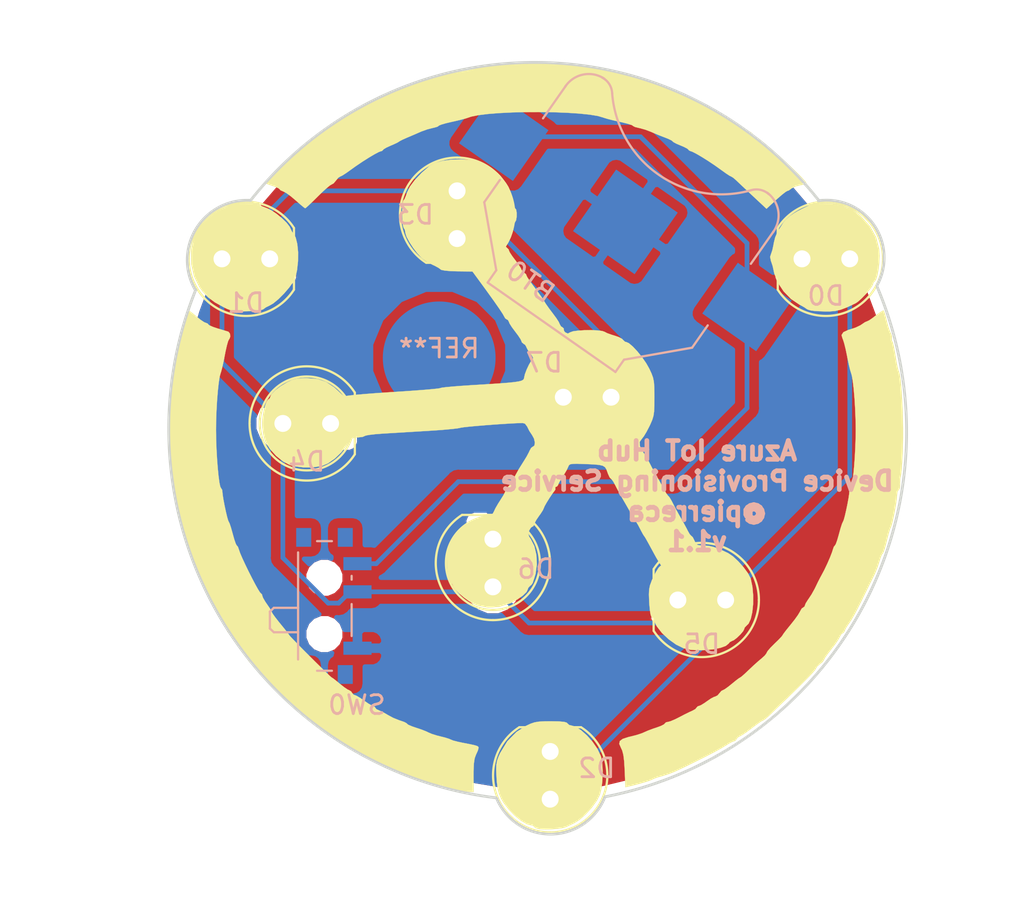
<source format=kicad_pcb>
(kicad_pcb (version 20171130) (host pcbnew "(5.0.1)-4")

  (general
    (thickness 1.6)
    (drawings 7)
    (tracks 33)
    (zones 0)
    (modules 12)
    (nets 4)
  )

  (page A4)
  (layers
    (0 F.Cu signal)
    (31 B.Cu signal)
    (32 B.Adhes user)
    (33 F.Adhes user)
    (34 B.Paste user)
    (35 F.Paste user)
    (36 B.SilkS user)
    (37 F.SilkS user hide)
    (38 B.Mask user)
    (39 F.Mask user)
    (40 Dwgs.User user)
    (41 Cmts.User user)
    (42 Eco1.User user)
    (43 Eco2.User user)
    (44 Edge.Cuts user)
    (45 Margin user)
    (46 B.CrtYd user)
    (47 F.CrtYd user)
    (48 B.Fab user)
    (49 F.Fab user)
  )

  (setup
    (last_trace_width 0.25)
    (trace_clearance 0.2)
    (zone_clearance 0.508)
    (zone_45_only no)
    (trace_min 0.2)
    (segment_width 0.2)
    (edge_width 0.15)
    (via_size 0.8)
    (via_drill 0.4)
    (via_min_size 0.4)
    (via_min_drill 0.3)
    (uvia_size 0.3)
    (uvia_drill 0.1)
    (uvias_allowed no)
    (uvia_min_size 0.2)
    (uvia_min_drill 0.1)
    (pcb_text_width 0.3)
    (pcb_text_size 1.5 1.5)
    (mod_edge_width 0.15)
    (mod_text_size 1 1)
    (mod_text_width 0.15)
    (pad_size 1.524 1.524)
    (pad_drill 0.762)
    (pad_to_mask_clearance 0.051)
    (solder_mask_min_width 0.25)
    (aux_axis_origin 0 0)
    (visible_elements 7FFFFFFF)
    (pcbplotparams
      (layerselection 0x010fc_ffffffff)
      (usegerberextensions false)
      (usegerberattributes false)
      (usegerberadvancedattributes false)
      (creategerberjobfile false)
      (excludeedgelayer true)
      (linewidth 0.100000)
      (plotframeref false)
      (viasonmask false)
      (mode 1)
      (useauxorigin false)
      (hpglpennumber 1)
      (hpglpenspeed 20)
      (hpglpendiameter 15.000000)
      (psnegative false)
      (psa4output false)
      (plotreference true)
      (plotvalue true)
      (plotinvisibletext false)
      (padsonsilk false)
      (subtractmaskfromsilk false)
      (outputformat 1)
      (mirror false)
      (drillshape 1)
      (scaleselection 1)
      (outputdirectory ""))
  )

  (net 0 "")
  (net 1 GND)
  (net 2 "Net-(D0-Pad2)")
  (net 3 "Net-(BT0-Pad1)")

  (net_class Default "This is the default net class."
    (clearance 0.2)
    (trace_width 0.25)
    (via_dia 0.8)
    (via_drill 0.4)
    (uvia_dia 0.3)
    (uvia_drill 0.1)
    (add_net GND)
    (add_net "Net-(BT0-Pad1)")
    (add_net "Net-(D0-Pad2)")
  )

  (module LED_THT:LED_D5.0mm_FlatTop (layer F.Cu) (tedit 5880A862) (tstamp 5C234AB2)
    (at 192.659 99.3775)
    (descr "LED, Round, FlatTop, diameter 5.0mm, 2 pins, http://www.kingbright.com/attachments/file/psearch/000/00/00/L-483GDT(Ver.15B).pdf")
    (tags "LED Round FlatTop diameter 5.0mm 2 pins")
    (path /5C0A12D7)
    (fp_text reference D7 (at -1.016 -1.8415) (layer B.SilkS)
      (effects (font (size 1 1) (thickness 0.15)) (justify mirror))
    )
    (fp_text value LED (at 1.27 4.01) (layer F.Fab)
      (effects (font (size 1 1) (thickness 0.15)))
    )
    (fp_arc (start 1.27 0) (end -1.23 -1.566046) (angle 295.9) (layer F.Fab) (width 0.1))
    (fp_arc (start 1.27 0) (end -1.29 -1.639512) (angle 147.4) (layer F.SilkS) (width 0.12))
    (fp_arc (start 1.27 0) (end -1.29 1.639512) (angle -147.4) (layer F.SilkS) (width 0.12))
    (fp_circle (center 1.27 0) (end 3.77 0) (layer F.Fab) (width 0.1))
    (fp_circle (center 1.27 0) (end 3.77 0) (layer F.SilkS) (width 0.12))
    (fp_line (start -1.23 -1.566046) (end -1.23 1.566046) (layer F.Fab) (width 0.1))
    (fp_line (start -1.29 -1.64) (end -1.29 1.64) (layer F.SilkS) (width 0.12))
    (fp_line (start -2 -3.3) (end -2 3.3) (layer F.CrtYd) (width 0.05))
    (fp_line (start -2 3.3) (end 4.55 3.3) (layer F.CrtYd) (width 0.05))
    (fp_line (start 4.55 3.3) (end 4.55 -3.3) (layer F.CrtYd) (width 0.05))
    (fp_line (start 4.55 -3.3) (end -2 -3.3) (layer F.CrtYd) (width 0.05))
    (pad 1 thru_hole rect (at 0 0) (size 1.8 1.8) (drill 0.9) (layers *.Cu *.Mask)
      (net 1 GND))
    (pad 2 thru_hole circle (at 2.54 0) (size 1.8 1.8) (drill 0.9) (layers *.Cu *.Mask)
      (net 2 "Net-(D0-Pad2)"))
    (model ${KISYS3DMOD}/LED_THT.3dshapes/LED_D5.0mm_FlatTop.wrl
      (at (xyz 0 0 0))
      (scale (xyz 1 1 1))
      (rotate (xyz 0 0 0))
    )
  )

  (module Battery:BatteryHolder_Keystone_3000_1x12mm (layer B.Cu) (tedit 5C562ACC) (tstamp 5C5636AD)
    (at 195.961 90.043 325)
    (descr http://www.keyelco.com/product-pdf.cfm?p=777)
    (tags "Keystone type 3000 coin cell retainer")
    (path /5C09F775)
    (attr smd)
    (fp_text reference BT0 (at -2.32035 5.507233 145) (layer B.SilkS)
      (effects (font (size 1 1) (thickness 0.15)) (justify mirror))
    )
    (fp_text value Battery_Cell (at 10.717055 4.898907 325) (layer B.Fab)
      (effects (font (size 1 1) (thickness 0.15)) (justify mirror))
    )
    (fp_text user %R (at 0 0 325) (layer B.Fab)
      (effects (font (size 1 1) (thickness 0.15)) (justify mirror))
    )
    (fp_arc (start 0 0) (end 0 -6.75) (angle -36.6) (layer B.CrtYd) (width 0.05))
    (fp_arc (start 0.11 -9.15) (end 4.22 -5.650001) (angle 3.1) (layer B.CrtYd) (width 0.05))
    (fp_arc (start 0.11 -9.15) (end -4.220001 -5.65) (angle -3.1) (layer B.CrtYd) (width 0.05))
    (fp_arc (start 0 0) (end 0 -6.75) (angle 36.6) (layer B.CrtYd) (width 0.05))
    (fp_arc (start 5.25 -4.1) (end 5.3 -6.1) (angle 90) (layer B.CrtYd) (width 0.05))
    (fp_arc (start 5.290001 -4.6) (end 4.22 -5.650001) (angle 54.1) (layer B.CrtYd) (width 0.05))
    (fp_arc (start -5.29 -4.6) (end -4.220001 -5.65) (angle -54.1) (layer B.CrtYd) (width 0.05))
    (fp_circle (center 0 0) (end 0 -6.25) (layer Dwgs.User) (width 0.15))
    (fp_arc (start 5.290001 -4.6) (end 4.499999 -5.2) (angle 60) (layer B.SilkS) (width 0.12))
    (fp_arc (start -5.29 -4.6) (end -4.5 -5.2) (angle -60) (layer B.SilkS) (width 0.12))
    (fp_arc (start 0 -8.900001) (end -4.5 -5.2) (angle -101) (layer B.SilkS) (width 0.12))
    (fp_arc (start 5.290001 -4.6) (end 4.6 -5.1) (angle 60) (layer B.Fab) (width 0.1))
    (fp_arc (start -5.29 -4.6) (end -4.6 -5.1) (angle -60) (layer B.Fab) (width 0.1))
    (fp_arc (start 0 -8.900001) (end -4.6 -5.1) (angle -101) (layer B.Fab) (width 0.1))
    (fp_arc (start -5.25 -4.099999) (end -5.3 -6.1) (angle -90) (layer B.CrtYd) (width 0.05))
    (fp_arc (start 5.25 -4.1) (end 5.3 -5.6) (angle 90) (layer B.SilkS) (width 0.12))
    (fp_arc (start -5.25 -4.099999) (end -5.3 -5.6) (angle -90) (layer B.SilkS) (width 0.12))
    (fp_line (start -7.250001 -2.15) (end -7.25 -4.1) (layer B.CrtYd) (width 0.05))
    (fp_line (start 7.25 -2.15) (end 7.25 -4.1) (layer B.CrtYd) (width 0.05))
    (fp_line (start 6.75 -2) (end 6.75 -4.1) (layer B.SilkS) (width 0.12))
    (fp_line (start -6.749999 -2) (end -6.75 -4.1) (layer B.SilkS) (width 0.12))
    (fp_arc (start 5.25 -4.1) (end 5.3 -5.449999) (angle 90) (layer B.Fab) (width 0.1))
    (fp_line (start 7.250001 2.15) (end 7.25 3.8) (layer B.CrtYd) (width 0.05))
    (fp_line (start 7.25 3.8) (end 4.65 6.4) (layer B.CrtYd) (width 0.05))
    (fp_line (start 4.65 6.4) (end 4.65 7.349999) (layer B.CrtYd) (width 0.05))
    (fp_line (start -4.65 7.35) (end 4.65 7.349999) (layer B.CrtYd) (width 0.05))
    (fp_line (start -4.65 6.4) (end -4.65 7.35) (layer B.CrtYd) (width 0.05))
    (fp_line (start -7.25 3.8) (end -4.65 6.4) (layer B.CrtYd) (width 0.05))
    (fp_line (start -7.25 2.15) (end -7.25 3.8) (layer B.CrtYd) (width 0.05))
    (fp_line (start -6.75 2) (end -6.75 3.450001) (layer B.SilkS) (width 0.12))
    (fp_line (start -6.75 3.450001) (end -4.149999 6.05) (layer B.SilkS) (width 0.12))
    (fp_line (start -4.149999 6.05) (end -4.15 6.85) (layer B.SilkS) (width 0.12))
    (fp_line (start -4.15 6.85) (end 4.15 6.85) (layer B.SilkS) (width 0.12))
    (fp_line (start 4.15 6.85) (end 4.149999 6.05) (layer B.SilkS) (width 0.12))
    (fp_line (start 4.149999 6.05) (end 6.749998 3.45) (layer B.SilkS) (width 0.12))
    (fp_line (start 6.749998 3.45) (end 6.749999 2) (layer B.SilkS) (width 0.12))
    (fp_line (start -7.25 2.15) (end -10.15 2.15) (layer B.CrtYd) (width 0.05))
    (fp_line (start -10.15 2.15) (end -10.15 -2.149999) (layer B.CrtYd) (width 0.05))
    (fp_line (start -10.15 -2.149999) (end -7.250001 -2.15) (layer B.CrtYd) (width 0.05))
    (fp_line (start 7.250001 2.15) (end 10.15 2.149999) (layer B.CrtYd) (width 0.05))
    (fp_line (start 10.15 2.149999) (end 10.15 -2.15) (layer B.CrtYd) (width 0.05))
    (fp_line (start 10.15 -2.15) (end 7.25 -2.15) (layer B.CrtYd) (width 0.05))
    (fp_arc (start -5.25 -4.099999) (end -5.300001 -5.45) (angle -90) (layer B.Fab) (width 0.1))
    (fp_line (start 6.6 3.4) (end 6.6 -4.1) (layer B.Fab) (width 0.1))
    (fp_line (start -6.599999 3.4) (end -6.6 -4.1) (layer B.Fab) (width 0.1))
    (fp_line (start 4.000001 6) (end 6.6 3.4) (layer B.Fab) (width 0.1))
    (fp_line (start -4 5.999999) (end -6.599999 3.4) (layer B.Fab) (width 0.1))
    (fp_line (start 4 6.7) (end 4.000001 6) (layer B.Fab) (width 0.1))
    (fp_line (start -4 6.7) (end -4 5.999999) (layer B.Fab) (width 0.1))
    (fp_line (start -4 6.7) (end 4 6.7) (layer B.Fab) (width 0.1))
    (pad 1 smd rect (at -7.9 0 325) (size 3.5 3.3) (layers B.Cu B.Paste B.Mask)
      (net 3 "Net-(BT0-Pad1)"))
    (pad 1 smd rect (at 7.9 0 325) (size 3.5 3.3) (layers B.Cu B.Paste B.Mask)
      (net 3 "Net-(BT0-Pad1)"))
    (pad 2 smd rect (at 0 0 325) (size 4 4) (layers B.Cu B.Mask)
      (net 1 GND))
    (model ${KISYS3DMOD}/Battery.3dshapes/BatteryHolder_Keystone_3000_1x12mm.wrl
      (at (xyz 0 0 0))
      (scale (xyz 1 1 1))
      (rotate (xyz 0 0 0))
    )
  )

  (module Button_Switch_SMD:SW_SPDT_PCM12 (layer B.Cu) (tedit 5A02FC95) (tstamp 5C17024F)
    (at 180.2765 110.49 90)
    (descr "Ultraminiature Surface Mount Slide Switch")
    (path /5C09F8E0)
    (attr smd)
    (fp_text reference SW0 (at -5.2705 1.397 180) (layer B.SilkS)
      (effects (font (size 1 1) (thickness 0.15)) (justify mirror))
    )
    (fp_text value SW_SPDT (at 0 -4.25 90) (layer B.Fab)
      (effects (font (size 1 1) (thickness 0.15)) (justify mirror))
    )
    (fp_text user %R (at 0 3.2 90) (layer B.Fab)
      (effects (font (size 1 1) (thickness 0.15)) (justify mirror))
    )
    (fp_line (start -1.4 -1.65) (end -1.4 -2.95) (layer B.Fab) (width 0.1))
    (fp_line (start -1.4 -2.95) (end -1.2 -3.15) (layer B.Fab) (width 0.1))
    (fp_line (start -1.2 -3.15) (end -0.35 -3.15) (layer B.Fab) (width 0.1))
    (fp_line (start -0.35 -3.15) (end -0.15 -2.95) (layer B.Fab) (width 0.1))
    (fp_line (start -0.15 -2.95) (end -0.1 -2.9) (layer B.Fab) (width 0.1))
    (fp_line (start -0.1 -2.9) (end -0.1 -1.6) (layer B.Fab) (width 0.1))
    (fp_line (start -3.35 1) (end -3.35 -1.6) (layer B.Fab) (width 0.1))
    (fp_line (start -3.35 -1.6) (end 3.35 -1.6) (layer B.Fab) (width 0.1))
    (fp_line (start 3.35 -1.6) (end 3.35 1) (layer B.Fab) (width 0.1))
    (fp_line (start 3.35 1) (end -3.35 1) (layer B.Fab) (width 0.1))
    (fp_line (start 1.4 1.12) (end 1.6 1.12) (layer B.SilkS) (width 0.12))
    (fp_line (start -4.4 2.45) (end 4.4 2.45) (layer B.CrtYd) (width 0.05))
    (fp_line (start 4.4 2.45) (end 4.4 -2.1) (layer B.CrtYd) (width 0.05))
    (fp_line (start 4.4 -2.1) (end 1.65 -2.1) (layer B.CrtYd) (width 0.05))
    (fp_line (start 1.65 -2.1) (end 1.65 -3.4) (layer B.CrtYd) (width 0.05))
    (fp_line (start 1.65 -3.4) (end -1.65 -3.4) (layer B.CrtYd) (width 0.05))
    (fp_line (start -1.65 -3.4) (end -1.65 -2.1) (layer B.CrtYd) (width 0.05))
    (fp_line (start -1.65 -2.1) (end -4.4 -2.1) (layer B.CrtYd) (width 0.05))
    (fp_line (start -4.4 -2.1) (end -4.4 2.45) (layer B.CrtYd) (width 0.05))
    (fp_line (start -1.4 -3.02) (end -1.2 -3.23) (layer B.SilkS) (width 0.12))
    (fp_line (start -0.1 -3.02) (end -0.3 -3.23) (layer B.SilkS) (width 0.12))
    (fp_line (start -1.4 -1.73) (end -1.4 -3.02) (layer B.SilkS) (width 0.12))
    (fp_line (start -1.2 -3.23) (end -0.3 -3.23) (layer B.SilkS) (width 0.12))
    (fp_line (start -0.1 -3.02) (end -0.1 -1.73) (layer B.SilkS) (width 0.12))
    (fp_line (start -2.85 -1.73) (end 2.85 -1.73) (layer B.SilkS) (width 0.12))
    (fp_line (start -1.6 1.12) (end 0.1 1.12) (layer B.SilkS) (width 0.12))
    (fp_line (start -3.45 0.07) (end -3.45 -0.72) (layer B.SilkS) (width 0.12))
    (fp_line (start 3.45 -0.72) (end 3.45 0.07) (layer B.SilkS) (width 0.12))
    (pad "" np_thru_hole circle (at -1.5 -0.33 90) (size 0.9 0.9) (drill 0.9) (layers *.Cu *.Mask))
    (pad "" np_thru_hole circle (at 1.5 -0.33 90) (size 0.9 0.9) (drill 0.9) (layers *.Cu *.Mask))
    (pad 1 smd rect (at -2.25 1.43 90) (size 0.7 1.5) (layers B.Cu B.Paste B.Mask)
      (net 1 GND))
    (pad 2 smd rect (at 0.75 1.43 90) (size 0.7 1.5) (layers B.Cu B.Paste B.Mask)
      (net 2 "Net-(D0-Pad2)"))
    (pad 3 smd rect (at 2.25 1.43 90) (size 0.7 1.5) (layers B.Cu B.Paste B.Mask)
      (net 3 "Net-(BT0-Pad1)"))
    (pad "" smd rect (at -3.65 -1.43 90) (size 1 0.8) (layers B.Cu B.Paste B.Mask))
    (pad "" smd rect (at 3.65 -1.43 90) (size 1 0.8) (layers B.Cu B.Paste B.Mask))
    (pad "" smd rect (at 3.65 0.78 90) (size 1 0.8) (layers B.Cu B.Paste B.Mask))
    (pad "" smd rect (at -3.65 0.78 90) (size 1 0.8) (layers B.Cu B.Paste B.Mask))
    (model ${KISYS3DMOD}/Button_Switch_SMD.3dshapes/SW_SPDT_PCM12.wrl
      (at (xyz 0 0 0))
      (scale (xyz 1 1 1))
      (rotate (xyz 0 0 0))
    )
  )

  (module LED_THT:LED_D5.0mm_FlatTop (layer F.Cu) (tedit 5880A862) (tstamp 5C170B9F)
    (at 188.9125 106.934 270)
    (descr "LED, Round, FlatTop, diameter 5.0mm, 2 pins, http://www.kingbright.com/attachments/file/psearch/000/00/00/L-483GDT(Ver.15B).pdf")
    (tags "LED Round FlatTop diameter 5.0mm 2 pins")
    (path /5C09FDC1)
    (fp_text reference D6 (at 1.5875 -2.286 180) (layer B.SilkS)
      (effects (font (size 1 1) (thickness 0.15)) (justify mirror))
    )
    (fp_text value LED (at 1.27 4.01 270) (layer F.Fab)
      (effects (font (size 1 1) (thickness 0.15)))
    )
    (fp_arc (start 1.27 0) (end -1.23 -1.566046) (angle 295.9) (layer F.Fab) (width 0.1))
    (fp_arc (start 1.27 0) (end -1.29 -1.639512) (angle 147.4) (layer F.SilkS) (width 0.12))
    (fp_arc (start 1.27 0) (end -1.29 1.639512) (angle -147.4) (layer F.SilkS) (width 0.12))
    (fp_circle (center 1.27 0) (end 3.77 0) (layer F.Fab) (width 0.1))
    (fp_circle (center 1.27 0) (end 3.77 0) (layer F.SilkS) (width 0.12))
    (fp_line (start -1.23 -1.566046) (end -1.23 1.566046) (layer F.Fab) (width 0.1))
    (fp_line (start -1.29 -1.64) (end -1.29 1.64) (layer F.SilkS) (width 0.12))
    (fp_line (start -2 -3.3) (end -2 3.3) (layer F.CrtYd) (width 0.05))
    (fp_line (start -2 3.3) (end 4.55 3.3) (layer F.CrtYd) (width 0.05))
    (fp_line (start 4.55 3.3) (end 4.55 -3.3) (layer F.CrtYd) (width 0.05))
    (fp_line (start 4.55 -3.3) (end -2 -3.3) (layer F.CrtYd) (width 0.05))
    (pad 1 thru_hole rect (at 0 0 270) (size 1.8 1.8) (drill 0.9) (layers *.Cu *.Mask)
      (net 1 GND))
    (pad 2 thru_hole circle (at 2.54 0 270) (size 1.8 1.8) (drill 0.9) (layers *.Cu *.Mask)
      (net 2 "Net-(D0-Pad2)"))
    (model ${KISYS3DMOD}/LED_THT.3dshapes/LED_D5.0mm_FlatTop.wrl
      (at (xyz 0 0 0))
      (scale (xyz 1 1 1))
      (rotate (xyz 0 0 0))
    )
  )

  (module LED_THT:LED_D5.0mm_FlatTop (layer F.Cu) (tedit 5880A862) (tstamp 5C170214)
    (at 198.755 110.1725)
    (descr "LED, Round, FlatTop, diameter 5.0mm, 2 pins, http://www.kingbright.com/attachments/file/psearch/000/00/00/L-483GDT(Ver.15B).pdf")
    (tags "LED Round FlatTop diameter 5.0mm 2 pins")
    (path /5C09FD97)
    (fp_text reference D5 (at 1.27 2.3495) (layer B.SilkS)
      (effects (font (size 1 1) (thickness 0.15)) (justify mirror))
    )
    (fp_text value LED (at 1.27 4.01) (layer F.Fab)
      (effects (font (size 1 1) (thickness 0.15)))
    )
    (fp_line (start 4.55 -3.3) (end -2 -3.3) (layer F.CrtYd) (width 0.05))
    (fp_line (start 4.55 3.3) (end 4.55 -3.3) (layer F.CrtYd) (width 0.05))
    (fp_line (start -2 3.3) (end 4.55 3.3) (layer F.CrtYd) (width 0.05))
    (fp_line (start -2 -3.3) (end -2 3.3) (layer F.CrtYd) (width 0.05))
    (fp_line (start -1.29 -1.64) (end -1.29 1.64) (layer F.SilkS) (width 0.12))
    (fp_line (start -1.23 -1.566046) (end -1.23 1.566046) (layer F.Fab) (width 0.1))
    (fp_circle (center 1.27 0) (end 3.77 0) (layer F.SilkS) (width 0.12))
    (fp_circle (center 1.27 0) (end 3.77 0) (layer F.Fab) (width 0.1))
    (fp_arc (start 1.27 0) (end -1.29 1.639512) (angle -147.4) (layer F.SilkS) (width 0.12))
    (fp_arc (start 1.27 0) (end -1.29 -1.639512) (angle 147.4) (layer F.SilkS) (width 0.12))
    (fp_arc (start 1.27 0) (end -1.23 -1.566046) (angle 295.9) (layer F.Fab) (width 0.1))
    (pad 2 thru_hole circle (at 2.54 0) (size 1.8 1.8) (drill 0.9) (layers *.Cu *.Mask)
      (net 2 "Net-(D0-Pad2)"))
    (pad 1 thru_hole rect (at 0 0) (size 1.8 1.8) (drill 0.9) (layers *.Cu *.Mask)
      (net 1 GND))
    (model ${KISYS3DMOD}/LED_THT.3dshapes/LED_D5.0mm_FlatTop.wrl
      (at (xyz 0 0 0))
      (scale (xyz 1 1 1))
      (rotate (xyz 0 0 0))
    )
  )

  (module LED_THT:LED_D5.0mm_FlatTop (layer F.Cu) (tedit 5880A862) (tstamp 5C170203)
    (at 180.2765 100.7745 180)
    (descr "LED, Round, FlatTop, diameter 5.0mm, 2 pins, http://www.kingbright.com/attachments/file/psearch/000/00/00/L-483GDT(Ver.15B).pdf")
    (tags "LED Round FlatTop diameter 5.0mm 2 pins")
    (path /5C09FD67)
    (fp_text reference D4 (at 1.27 -2.032 180) (layer B.SilkS)
      (effects (font (size 1 1) (thickness 0.15)) (justify mirror))
    )
    (fp_text value LED (at 1.27 4.01 180) (layer F.Fab)
      (effects (font (size 1 1) (thickness 0.15)))
    )
    (fp_arc (start 1.27 0) (end -1.23 -1.566046) (angle 295.9) (layer F.Fab) (width 0.1))
    (fp_arc (start 1.27 0) (end -1.29 -1.639512) (angle 147.4) (layer F.SilkS) (width 0.12))
    (fp_arc (start 1.27 0) (end -1.29 1.639512) (angle -147.4) (layer F.SilkS) (width 0.12))
    (fp_circle (center 1.27 0) (end 3.77 0) (layer F.Fab) (width 0.1))
    (fp_circle (center 1.27 0) (end 3.77 0) (layer F.SilkS) (width 0.12))
    (fp_line (start -1.23 -1.566046) (end -1.23 1.566046) (layer F.Fab) (width 0.1))
    (fp_line (start -1.29 -1.64) (end -1.29 1.64) (layer F.SilkS) (width 0.12))
    (fp_line (start -2 -3.3) (end -2 3.3) (layer F.CrtYd) (width 0.05))
    (fp_line (start -2 3.3) (end 4.55 3.3) (layer F.CrtYd) (width 0.05))
    (fp_line (start 4.55 3.3) (end 4.55 -3.3) (layer F.CrtYd) (width 0.05))
    (fp_line (start 4.55 -3.3) (end -2 -3.3) (layer F.CrtYd) (width 0.05))
    (pad 1 thru_hole rect (at 0 0 180) (size 1.8 1.8) (drill 0.9) (layers *.Cu *.Mask)
      (net 1 GND))
    (pad 2 thru_hole circle (at 2.54 0 180) (size 1.8 1.8) (drill 0.9) (layers *.Cu *.Mask)
      (net 2 "Net-(D0-Pad2)"))
    (model ${KISYS3DMOD}/LED_THT.3dshapes/LED_D5.0mm_FlatTop.wrl
      (at (xyz 0 0 0))
      (scale (xyz 1 1 1))
      (rotate (xyz 0 0 0))
    )
  )

  (module LED_THT:LED_D5.0mm_FlatTop (layer F.Cu) (tedit 5C0A10EC) (tstamp 5C1701F2)
    (at 187.0075 90.932 90)
    (descr "LED, Round, FlatTop, diameter 5.0mm, 2 pins, http://www.kingbright.com/attachments/file/psearch/000/00/00/L-483GDT(Ver.15B).pdf")
    (tags "LED Round FlatTop diameter 5.0mm 2 pins")
    (path /5C09FD13)
    (fp_text reference D3 (at 1.27 -2.2225 180) (layer B.SilkS)
      (effects (font (size 1 1) (thickness 0.15)) (justify mirror))
    )
    (fp_text value LED (at 1.27 4.01 90) (layer F.Fab)
      (effects (font (size 1 1) (thickness 0.15)))
    )
    (fp_line (start 4.55 -3.3) (end -2 -3.3) (layer F.CrtYd) (width 0.05))
    (fp_line (start 4.55 3.3) (end 4.55 -3.3) (layer F.CrtYd) (width 0.05))
    (fp_line (start -2 3.3) (end 4.55 3.3) (layer F.CrtYd) (width 0.05))
    (fp_line (start -2 -3.3) (end -2 3.3) (layer F.CrtYd) (width 0.05))
    (fp_line (start -1.29 -1.64) (end -1.29 1.64) (layer F.SilkS) (width 0.12))
    (fp_line (start -1.23 -1.566046) (end -1.23 1.566046) (layer F.Fab) (width 0.1))
    (fp_circle (center 1.27 0) (end 3.77 0) (layer F.SilkS) (width 0.12))
    (fp_circle (center 1.27 0) (end 3.77 0) (layer F.Fab) (width 0.1))
    (fp_arc (start 1.27 0) (end -1.29 1.639512) (angle -147.4) (layer F.SilkS) (width 0.12))
    (fp_arc (start 1.27 0) (end -1.29 -1.639512) (angle 147.4) (layer F.SilkS) (width 0.12))
    (fp_arc (start 1.27 0) (end -1.23 -1.566046) (angle 295.9) (layer F.Fab) (width 0.1))
    (pad 2 thru_hole circle (at 2.54 0 90) (size 1.8 1.8) (drill 0.9) (layers *.Cu *.Mask)
      (net 2 "Net-(D0-Pad2)"))
    (pad 1 thru_hole rect (at 0 0 90) (size 1.8 1.8) (drill 0.9) (layers *.Cu *.Mask)
      (net 1 GND))
    (model ${KISYS3DMOD}/LED_THT.3dshapes/LED_D5.0mm_FlatTop.wrl
      (at (xyz 0 0 0))
      (scale (xyz 1 1 1))
      (rotate (xyz 0 0 0))
    )
  )

  (module LED_THT:LED_D5.0mm_FlatTop (layer F.Cu) (tedit 5880A862) (tstamp 5C1701E1)
    (at 191.9605 118.237 270)
    (descr "LED, Round, FlatTop, diameter 5.0mm, 2 pins, http://www.kingbright.com/attachments/file/psearch/000/00/00/L-483GDT(Ver.15B).pdf")
    (tags "LED Round FlatTop diameter 5.0mm 2 pins")
    (path /5C09FCE5)
    (fp_text reference D2 (at 0.889 -2.4765) (layer B.SilkS)
      (effects (font (size 1 1) (thickness 0.15)) (justify mirror))
    )
    (fp_text value LED (at 1.27 4.01 270) (layer F.Fab)
      (effects (font (size 1 1) (thickness 0.15)))
    )
    (fp_arc (start 1.27 0) (end -1.23 -1.566046) (angle 295.9) (layer F.Fab) (width 0.1))
    (fp_arc (start 1.27 0) (end -1.29 -1.639512) (angle 147.4) (layer F.SilkS) (width 0.12))
    (fp_arc (start 1.27 0) (end -1.29 1.639512) (angle -147.4) (layer F.SilkS) (width 0.12))
    (fp_circle (center 1.27 0) (end 3.77 0) (layer F.Fab) (width 0.1))
    (fp_circle (center 1.27 0) (end 3.77 0) (layer F.SilkS) (width 0.12))
    (fp_line (start -1.23 -1.566046) (end -1.23 1.566046) (layer F.Fab) (width 0.1))
    (fp_line (start -1.29 -1.64) (end -1.29 1.64) (layer F.SilkS) (width 0.12))
    (fp_line (start -2 -3.3) (end -2 3.3) (layer F.CrtYd) (width 0.05))
    (fp_line (start -2 3.3) (end 4.55 3.3) (layer F.CrtYd) (width 0.05))
    (fp_line (start 4.55 3.3) (end 4.55 -3.3) (layer F.CrtYd) (width 0.05))
    (fp_line (start 4.55 -3.3) (end -2 -3.3) (layer F.CrtYd) (width 0.05))
    (pad 1 thru_hole rect (at 0 0 270) (size 1.8 1.8) (drill 0.9) (layers *.Cu *.Mask)
      (net 1 GND))
    (pad 2 thru_hole circle (at 2.54 0 270) (size 1.8 1.8) (drill 0.9) (layers *.Cu *.Mask)
      (net 2 "Net-(D0-Pad2)"))
    (model ${KISYS3DMOD}/LED_THT.3dshapes/LED_D5.0mm_FlatTop.wrl
      (at (xyz 0 0 0))
      (scale (xyz 1 1 1))
      (rotate (xyz 0 0 0))
    )
  )

  (module LED_THT:LED_D5.0mm_FlatTop (layer F.Cu) (tedit 5880A862) (tstamp 5C170AA8)
    (at 177.038 92.0115 180)
    (descr "LED, Round, FlatTop, diameter 5.0mm, 2 pins, http://www.kingbright.com/attachments/file/psearch/000/00/00/L-483GDT(Ver.15B).pdf")
    (tags "LED Round FlatTop diameter 5.0mm 2 pins")
    (path /5C09FCC5)
    (fp_text reference D1 (at 1.27 -2.3495 180) (layer B.SilkS)
      (effects (font (size 1 1) (thickness 0.15)) (justify mirror))
    )
    (fp_text value LED (at 1.27 4.01 180) (layer F.Fab)
      (effects (font (size 1 1) (thickness 0.15)))
    )
    (fp_line (start 4.55 -3.3) (end -2 -3.3) (layer F.CrtYd) (width 0.05))
    (fp_line (start 4.55 3.3) (end 4.55 -3.3) (layer F.CrtYd) (width 0.05))
    (fp_line (start -2 3.3) (end 4.55 3.3) (layer F.CrtYd) (width 0.05))
    (fp_line (start -2 -3.3) (end -2 3.3) (layer F.CrtYd) (width 0.05))
    (fp_line (start -1.29 -1.64) (end -1.29 1.64) (layer F.SilkS) (width 0.12))
    (fp_line (start -1.23 -1.566046) (end -1.23 1.566046) (layer F.Fab) (width 0.1))
    (fp_circle (center 1.27 0) (end 3.77 0) (layer F.SilkS) (width 0.12))
    (fp_circle (center 1.27 0) (end 3.77 0) (layer F.Fab) (width 0.1))
    (fp_arc (start 1.27 0) (end -1.29 1.639512) (angle -147.4) (layer F.SilkS) (width 0.12))
    (fp_arc (start 1.27 0) (end -1.29 -1.639512) (angle 147.4) (layer F.SilkS) (width 0.12))
    (fp_arc (start 1.27 0) (end -1.23 -1.566046) (angle 295.9) (layer F.Fab) (width 0.1))
    (pad 2 thru_hole circle (at 2.54 0 180) (size 1.8 1.8) (drill 0.9) (layers *.Cu *.Mask)
      (net 2 "Net-(D0-Pad2)"))
    (pad 1 thru_hole rect (at 0 0 180) (size 1.8 1.8) (drill 0.9) (layers *.Cu *.Mask)
      (net 1 GND))
    (model ${KISYS3DMOD}/LED_THT.3dshapes/LED_D5.0mm_FlatTop.wrl
      (at (xyz 0 0 0))
      (scale (xyz 1 1 1))
      (rotate (xyz 0 0 0))
    )
  )

  (module LED_THT:LED_D5.0mm_FlatTop (layer F.Cu) (tedit 5880A862) (tstamp 5C1709B0)
    (at 205.359 92.0115)
    (descr "LED, Round, FlatTop, diameter 5.0mm, 2 pins, http://www.kingbright.com/attachments/file/psearch/000/00/00/L-483GDT(Ver.15B).pdf")
    (tags "LED Round FlatTop diameter 5.0mm 2 pins")
    (path /5C09F7CB)
    (fp_text reference D0 (at 1.27 1.9685) (layer B.SilkS)
      (effects (font (size 1 1) (thickness 0.15)) (justify mirror))
    )
    (fp_text value LED (at 1.27 4.01) (layer F.Fab)
      (effects (font (size 1 1) (thickness 0.15)))
    )
    (fp_arc (start 1.27 0) (end -1.23 -1.566046) (angle 295.9) (layer F.Fab) (width 0.1))
    (fp_arc (start 1.27 0) (end -1.29 -1.639512) (angle 147.4) (layer F.SilkS) (width 0.12))
    (fp_arc (start 1.27 0) (end -1.29 1.639512) (angle -147.4) (layer F.SilkS) (width 0.12))
    (fp_circle (center 1.27 0) (end 3.77 0) (layer F.Fab) (width 0.1))
    (fp_circle (center 1.27 0) (end 3.77 0) (layer F.SilkS) (width 0.12))
    (fp_line (start -1.23 -1.566046) (end -1.23 1.566046) (layer F.Fab) (width 0.1))
    (fp_line (start -1.29 -1.64) (end -1.29 1.64) (layer F.SilkS) (width 0.12))
    (fp_line (start -2 -3.3) (end -2 3.3) (layer F.CrtYd) (width 0.05))
    (fp_line (start -2 3.3) (end 4.55 3.3) (layer F.CrtYd) (width 0.05))
    (fp_line (start 4.55 3.3) (end 4.55 -3.3) (layer F.CrtYd) (width 0.05))
    (fp_line (start 4.55 -3.3) (end -2 -3.3) (layer F.CrtYd) (width 0.05))
    (pad 1 thru_hole rect (at 0 0) (size 1.8 1.8) (drill 0.9) (layers *.Cu *.Mask)
      (net 1 GND))
    (pad 2 thru_hole circle (at 2.54 0) (size 1.8 1.8) (drill 0.9) (layers *.Cu *.Mask)
      (net 2 "Net-(D0-Pad2)"))
    (model ${KISYS3DMOD}/LED_THT.3dshapes/LED_D5.0mm_FlatTop.wrl
      (at (xyz 0 0 0))
      (scale (xyz 1 1 1))
      (rotate (xyz 0 0 0))
    )
  )

  (module Logos:DPS (layer F.Cu) (tedit 0) (tstamp 5C234D07)
    (at 191.1985 102.108)
    (fp_text reference G*** (at 0 0) (layer F.SilkS) hide
      (effects (font (size 1.524 1.524) (thickness 0.3)))
    )
    (fp_text value LOGO (at 0.75 0) (layer F.SilkS) hide
      (effects (font (size 1.524 1.524) (thickness 0.3)))
    )
    (fp_poly (pts (xy 0.387264 -20.481979) (xy 0.899652 -20.463335) (xy 1.428914 -20.434974) (xy 1.942599 -20.399345)
      (xy 2.408254 -20.358895) (xy 2.793428 -20.316071) (xy 3.065668 -20.273319) (xy 3.175 -20.243318)
      (xy 3.326847 -20.198892) (xy 3.602442 -20.138301) (xy 3.958093 -20.07062) (xy 4.233333 -20.023548)
      (xy 4.608375 -19.957173) (xy 4.923482 -19.891674) (xy 5.139432 -19.835781) (xy 5.212438 -19.805653)
      (xy 5.337859 -19.749271) (xy 5.57451 -19.675274) (xy 5.831062 -19.609412) (xy 6.122787 -19.533228)
      (xy 6.353286 -19.458297) (xy 6.460623 -19.407978) (xy 6.593721 -19.341423) (xy 6.830019 -19.252408)
      (xy 7.027333 -19.188377) (xy 7.387901 -19.064108) (xy 7.766276 -18.911861) (xy 7.916333 -18.843691)
      (xy 8.19762 -18.710771) (xy 8.449132 -18.595428) (xy 8.551333 -18.550468) (xy 8.725225 -18.46531)
      (xy 8.99226 -18.322091) (xy 9.299929 -18.149114) (xy 9.355667 -18.116947) (xy 9.653551 -17.948706)
      (xy 9.90921 -17.812231) (xy 10.076139 -17.732159) (xy 10.0965 -17.724505) (xy 10.221544 -17.648423)
      (xy 10.244667 -17.600792) (xy 10.310965 -17.530065) (xy 10.342806 -17.526001) (xy 10.456594 -17.477999)
      (xy 10.658182 -17.352512) (xy 10.889507 -17.187334) (xy 11.129559 -17.014524) (xy 11.320396 -16.892493)
      (xy 11.417309 -16.848667) (xy 11.513134 -16.781199) (xy 11.545284 -16.721667) (xy 11.641389 -16.60934)
      (xy 11.69312 -16.594667) (xy 11.800114 -16.539144) (xy 12.003859 -16.386605) (xy 12.281321 -16.158095)
      (xy 12.609469 -15.87466) (xy 12.96527 -15.557345) (xy 13.325693 -15.227197) (xy 13.667703 -14.905261)
      (xy 13.96827 -14.612581) (xy 14.204361 -14.370204) (xy 14.352944 -14.199176) (xy 14.393333 -14.127374)
      (xy 14.318689 -14.078732) (xy 14.131967 -14.026976) (xy 14.052989 -14.01205) (xy 13.805109 -13.946636)
      (xy 13.619394 -13.856962) (xy 13.59337 -13.835275) (xy 13.454561 -13.73547) (xy 13.388207 -13.716)
      (xy 13.290198 -13.661912) (xy 13.10482 -13.518004) (xy 12.866771 -13.311818) (xy 12.786563 -13.238502)
      (xy 12.270808 -12.761004) (xy 11.575237 -13.411642) (xy 11.270131 -13.697652) (xy 10.98951 -13.961802)
      (xy 10.769377 -14.170141) (xy 10.664812 -14.270141) (xy 10.506114 -14.408907) (xy 10.398653 -14.476677)
      (xy 10.390591 -14.478) (xy 10.298112 -14.525112) (xy 10.110201 -14.649165) (xy 9.865937 -14.82424)
      (xy 9.843445 -14.840928) (xy 9.51642 -15.07432) (xy 9.166914 -15.307531) (xy 8.828276 -15.520177)
      (xy 8.533852 -15.691872) (xy 8.316989 -15.802233) (xy 8.221072 -15.832667) (xy 8.132057 -15.87945)
      (xy 8.128 -15.898695) (xy 8.055906 -15.963416) (xy 7.870566 -16.05931) (xy 7.704667 -16.129)
      (xy 7.469276 -16.229614) (xy 7.315575 -16.313092) (xy 7.281333 -16.347803) (xy 7.209095 -16.405403)
      (xy 7.024368 -16.492955) (xy 6.879167 -16.549952) (xy 6.55564 -16.675332) (xy 6.230173 -16.811384)
      (xy 6.138333 -16.852313) (xy 5.838258 -16.967796) (xy 5.532485 -17.054195) (xy 5.482167 -17.064282)
      (xy 5.278694 -17.11482) (xy 5.170198 -17.168781) (xy 5.164667 -17.180791) (xy 5.087977 -17.224204)
      (xy 4.883484 -17.288709) (xy 4.589549 -17.362802) (xy 4.466167 -17.390265) (xy 4.121516 -17.468691)
      (xy 3.825018 -17.543914) (xy 3.628369 -17.602594) (xy 3.598333 -17.614202) (xy 3.301318 -17.701257)
      (xy 2.862415 -17.7733) (xy 2.3084 -17.830329) (xy 1.666052 -17.872346) (xy 0.962148 -17.89935)
      (xy 0.223466 -17.911342) (xy -0.523217 -17.908321) (xy -1.251123 -17.890288) (xy -1.933473 -17.857241)
      (xy -2.543491 -17.809183) (xy -3.054399 -17.746111) (xy -3.439419 -17.668027) (xy -3.598333 -17.614202)
      (xy -3.757911 -17.562517) (xy -4.031758 -17.490567) (xy -4.368176 -17.411693) (xy -4.466167 -17.390265)
      (xy -4.783413 -17.315541) (xy -5.025371 -17.246159) (xy -5.153679 -17.193624) (xy -5.164667 -17.180791)
      (xy -5.238913 -17.129419) (xy -5.423181 -17.075947) (xy -5.482167 -17.064282) (xy -5.774463 -16.989292)
      (xy -6.086651 -16.87807) (xy -6.138333 -16.855866) (xy -6.439375 -16.724111) (xy -6.772114 -16.58213)
      (xy -6.858 -16.546178) (xy -7.088846 -16.443812) (xy -7.246499 -16.362135) (xy -7.281333 -16.336764)
      (xy -7.378321 -16.278103) (xy -7.579565 -16.18422) (xy -7.725516 -16.122761) (xy -7.953715 -16.018865)
      (xy -8.099464 -15.930842) (xy -8.127683 -15.896167) (xy -8.194024 -15.835415) (xy -8.221072 -15.832667)
      (xy -8.350642 -15.786947) (xy -8.584791 -15.663377) (xy -8.890172 -15.482341) (xy -9.233437 -15.264224)
      (xy -9.58124 -15.029411) (xy -9.843446 -14.840928) (xy -10.094428 -14.662135) (xy -10.296728 -14.532532)
      (xy -10.409263 -14.4783) (xy -10.412994 -14.478) (xy -10.513267 -14.414104) (xy -10.633453 -14.266334)
      (xy -10.762646 -14.114718) (xy -10.870357 -14.054667) (xy -10.967369 -13.997788) (xy -11.152448 -13.84407)
      (xy -11.396456 -13.618893) (xy -11.599333 -13.419667) (xy -11.862265 -13.159264) (xy -12.080375 -12.951303)
      (xy -12.22708 -12.82064) (xy -12.274548 -12.788333) (xy -12.354381 -12.842862) (xy -12.524243 -12.983472)
      (xy -12.749663 -13.181465) (xy -12.784667 -13.21301) (xy -13.039867 -13.427682) (xy -13.272225 -13.595525)
      (xy -13.433894 -13.682181) (xy -13.440833 -13.68419) (xy -13.588882 -13.747816) (xy -13.631333 -13.800501)
      (xy -13.704852 -13.861148) (xy -13.891449 -13.940013) (xy -14.012333 -13.979139) (xy -14.236426 -14.054998)
      (xy -14.373387 -14.120043) (xy -14.393333 -14.14197) (xy -14.334959 -14.220381) (xy -14.175531 -14.390713)
      (xy -13.938594 -14.630211) (xy -13.64769 -14.916126) (xy -13.326363 -15.225705) (xy -12.998156 -15.536196)
      (xy -12.686613 -15.824847) (xy -12.415277 -16.068907) (xy -12.267539 -16.196287) (xy -12.023403 -16.391028)
      (xy -11.822519 -16.532955) (xy -11.704836 -16.594077) (xy -11.699018 -16.594667) (xy -11.589186 -16.661069)
      (xy -11.514667 -16.764) (xy -11.407005 -16.898178) (xy -11.332531 -16.933334) (xy -11.219293 -16.980285)
      (xy -11.020508 -17.101819) (xy -10.837333 -17.229667) (xy -10.606256 -17.389139) (xy -10.423893 -17.496716)
      (xy -10.346212 -17.526001) (xy -10.2387 -17.591305) (xy -10.230556 -17.609253) (xy -10.175622 -17.673389)
      (xy -10.034784 -17.770389) (xy -9.792523 -17.908947) (xy -9.433318 -18.097755) (xy -8.941653 -18.345506)
      (xy -8.720667 -18.455035) (xy -8.379342 -18.623817) (xy -8.073625 -18.775299) (xy -7.850801 -18.886037)
      (xy -7.789333 -18.916751) (xy -7.593297 -18.998647) (xy -7.305852 -19.100293) (xy -7.069667 -19.175126)
      (xy -6.785291 -19.26781) (xy -6.561066 -19.354463) (xy -6.460624 -19.406704) (xy -6.328985 -19.466646)
      (xy -6.08745 -19.543207) (xy -5.831062 -19.609412) (xy -5.54164 -19.684628) (xy -5.315597 -19.757407)
      (xy -5.212438 -19.805653) (xy -5.095498 -19.848766) (xy -4.850275 -19.907966) (xy -4.515992 -19.974525)
      (xy -4.233333 -20.023548) (xy -3.847504 -20.090706) (xy -3.510917 -20.157055) (xy -3.267263 -20.213553)
      (xy -3.175 -20.242571) (xy -3.000462 -20.285987) (xy -2.689916 -20.33097) (xy -2.276638 -20.374882)
      (xy -1.793902 -20.415082) (xy -1.274983 -20.448931) (xy -0.753153 -20.473787) (xy -0.261689 -20.487012)
      (xy -0.075795 -20.48846) (xy 0.387264 -20.481979)) (layer F.SilkS) (width 0.01))
    (fp_poly (pts (xy 15.611879 -13.064558) (xy 15.98554 -13.028184) (xy 16.283039 -12.964209) (xy 16.383 -12.923291)
      (xy 16.58462 -12.828672) (xy 16.729823 -12.785451) (xy 16.73601 -12.785189) (xy 16.842789 -12.731168)
      (xy 17.033242 -12.58906) (xy 17.268819 -12.387974) (xy 17.302259 -12.357638) (xy 17.785359 -11.820716)
      (xy 18.106106 -11.239476) (xy 18.266857 -10.608907) (xy 18.288 -10.260358) (xy 18.272512 -9.894126)
      (xy 18.231166 -9.535488) (xy 18.171639 -9.223179) (xy 18.101605 -8.995934) (xy 18.028741 -8.892489)
      (xy 18.01644 -8.89) (xy 17.955624 -8.821827) (xy 17.949333 -8.772158) (xy 17.891847 -8.641055)
      (xy 17.74361 -8.438251) (xy 17.540953 -8.203951) (xy 17.320209 -7.978362) (xy 17.11771 -7.80169)
      (xy 17.006503 -7.728772) (xy 16.568194 -7.521499) (xy 16.222653 -7.389168) (xy 15.918678 -7.317574)
      (xy 15.60507 -7.292515) (xy 15.435145 -7.292864) (xy 15.105726 -7.304572) (xy 14.817055 -7.323691)
      (xy 14.647333 -7.343733) (xy 14.470817 -7.393271) (xy 14.393333 -7.438036) (xy 14.297536 -7.506973)
      (xy 14.106539 -7.615488) (xy 14.016333 -7.662334) (xy 13.572205 -7.96245) (xy 13.178608 -8.369136)
      (xy 12.870405 -8.836763) (xy 12.682456 -9.319705) (xy 12.65788 -9.440334) (xy 12.59854 -9.711417)
      (xy 12.523263 -9.940787) (xy 12.510266 -9.9695) (xy 12.462273 -10.200453) (xy 12.510554 -10.3505)
      (xy 12.579754 -10.553572) (xy 12.64008 -10.830933) (xy 12.654288 -10.924758) (xy 12.73074 -11.237949)
      (xy 12.857272 -11.535623) (xy 12.892927 -11.595282) (xy 13.038899 -11.821248) (xy 13.157578 -12.010569)
      (xy 13.17305 -12.036173) (xy 13.299425 -12.184008) (xy 13.498313 -12.358726) (xy 13.55405 -12.400888)
      (xy 13.737773 -12.527196) (xy 13.93979 -12.646164) (xy 14.203775 -12.781381) (xy 14.573399 -12.956437)
      (xy 14.63781 -12.986274) (xy 14.877625 -13.045782) (xy 15.222444 -13.07115) (xy 15.611879 -13.064558)) (layer F.SilkS) (width 0.01))
    (fp_poly (pts (xy -15.204968 -13.063638) (xy -14.922734 -13.037635) (xy -14.741014 -12.994406) (xy -14.716444 -12.980058)
      (xy -14.563306 -12.895252) (xy -14.336473 -12.805297) (xy -14.307102 -12.795604) (xy -14.070934 -12.680472)
      (xy -13.788905 -12.487578) (xy -13.504677 -12.253995) (xy -13.261913 -12.016799) (xy -13.104275 -11.813063)
      (xy -13.074844 -11.749269) (xy -12.978919 -11.549692) (xy -12.906488 -11.455059) (xy -12.779166 -11.232098)
      (xy -12.693282 -10.88488) (xy -12.650892 -10.453837) (xy -12.654053 -9.979401) (xy -12.704822 -9.502007)
      (xy -12.787764 -9.121193) (xy -12.90642 -8.875892) (xy -13.122581 -8.571372) (xy -13.397995 -8.24963)
      (xy -13.694414 -7.952662) (xy -13.973585 -7.722465) (xy -14.160661 -7.613846) (xy -14.362731 -7.515575)
      (xy -14.487876 -7.42463) (xy -14.493507 -7.417301) (xy -14.598492 -7.377318) (xy -14.831951 -7.341015)
      (xy -15.153034 -7.313806) (xy -15.340174 -7.305078) (xy -15.728208 -7.296594) (xy -16.002328 -7.308811)
      (xy -16.217555 -7.350815) (xy -16.428911 -7.431695) (xy -16.5966 -7.512585) (xy -17.076736 -7.778887)
      (xy -17.439631 -8.048013) (xy -17.733318 -8.359639) (xy -17.900251 -8.58941) (xy -18.186628 -9.164273)
      (xy -18.335773 -9.816467) (xy -18.344744 -10.520173) (xy -18.210596 -11.24957) (xy -18.20553 -11.267399)
      (xy -18.062566 -11.567136) (xy -17.813755 -11.906147) (xy -17.500906 -12.240818) (xy -17.165828 -12.52753)
      (xy -16.850333 -12.722668) (xy -16.783995 -12.750358) (xy -16.525946 -12.854697) (xy -16.324208 -12.952111)
      (xy -16.264917 -12.989113) (xy -16.11769 -13.035153) (xy -15.856152 -13.062711) (xy -15.53401 -13.072101)
      (xy -15.204968 -13.063638)) (layer F.SilkS) (width 0.01))
    (fp_poly (pts (xy -3.841684 -15.386455) (xy -3.453568 -15.352402) (xy -3.158433 -15.291558) (xy -2.880002 -15.182172)
      (xy -2.590181 -15.029579) (xy -2.293935 -14.847024) (xy -2.042864 -14.662168) (xy -1.887909 -14.51281)
      (xy -1.881163 -14.503488) (xy -1.721694 -14.290039) (xy -1.592583 -14.136351) (xy -1.461358 -13.929196)
      (xy -1.332725 -13.626429) (xy -1.232388 -13.300189) (xy -1.186051 -13.022613) (xy -1.185333 -12.993375)
      (xy -1.155977 -12.835681) (xy -1.100667 -12.784667) (xy -1.046355 -12.71209) (xy -1.020342 -12.537956)
      (xy -1.022626 -12.327661) (xy -1.05321 -12.146598) (xy -1.100667 -12.065) (xy -1.169391 -11.946935)
      (xy -1.186608 -11.82717) (xy -1.229471 -11.556023) (xy -1.333855 -11.237253) (xy -1.467944 -10.959889)
      (xy -1.526637 -10.875734) (xy -1.6019 -10.750701) (xy -1.548229 -10.690563) (xy -1.545167 -10.68951)
      (xy -1.446028 -10.593438) (xy -1.438434 -10.555112) (xy -1.388407 -10.44142) (xy -1.258939 -10.243405)
      (xy -1.100667 -10.033) (xy -0.925251 -9.798497) (xy -0.803076 -9.608317) (xy -0.7629 -9.512892)
      (xy -0.694142 -9.401202) (xy -0.635 -9.367383) (xy -0.522782 -9.276466) (xy -0.508 -9.228897)
      (xy -0.459119 -9.12352) (xy -0.329567 -8.924992) (xy -0.144981 -8.671964) (xy -0.098449 -8.611426)
      (xy 0.114052 -8.329128) (xy 0.29659 -8.071533) (xy 0.413625 -7.889025) (xy 0.422398 -7.87302)
      (xy 0.531395 -7.698666) (xy 0.707726 -7.448478) (xy 0.901847 -7.191398) (xy 1.085092 -6.943206)
      (xy 1.216947 -6.73832) (xy 1.269911 -6.619628) (xy 1.27 -6.617241) (xy 1.337987 -6.499715)
      (xy 1.396514 -6.465471) (xy 1.485526 -6.390316) (xy 1.482112 -6.350722) (xy 1.503488 -6.250289)
      (xy 1.567265 -6.179893) (xy 1.701138 -6.118839) (xy 1.825871 -6.185263) (xy 1.974382 -6.23789)
      (xy 2.242508 -6.275192) (xy 2.58116 -6.29641) (xy 2.941251 -6.300788) (xy 3.27369 -6.287567)
      (xy 3.52939 -6.255991) (xy 3.650687 -6.213423) (xy 3.798357 -6.138469) (xy 4.04068 -6.051483)
      (xy 4.177541 -6.01131) (xy 4.422962 -5.925904) (xy 4.591627 -5.831919) (xy 4.631099 -5.786506)
      (xy 4.743528 -5.682815) (xy 4.798222 -5.672667) (xy 4.949018 -5.605724) (xy 5.159856 -5.426418)
      (xy 5.40274 -5.167029) (xy 5.64967 -4.859841) (xy 5.872649 -4.537135) (xy 6.037885 -4.243328)
      (xy 6.155466 -3.988735) (xy 6.232813 -3.776785) (xy 6.278304 -3.559828) (xy 6.300321 -3.290216)
      (xy 6.307244 -2.920301) (xy 6.307667 -2.709334) (xy 6.30475 -2.278629) (xy 6.290464 -1.969703)
      (xy 6.256507 -1.73503) (xy 6.194575 -1.527083) (xy 6.096366 -1.298336) (xy 6.040733 -1.181367)
      (xy 5.889818 -0.890497) (xy 5.746771 -0.6526) (xy 5.641626 -0.517454) (xy 5.638567 -0.514834)
      (xy 5.521671 -0.347334) (xy 5.536282 -0.130827) (xy 5.684948 0.158345) (xy 5.716131 0.205278)
      (xy 5.884733 0.47253) (xy 6.033441 0.738204) (xy 6.05856 0.788593) (xy 6.176755 1.018869)
      (xy 6.33665 1.311526) (xy 6.433426 1.481666) (xy 6.602622 1.779594) (xy 6.762946 2.071289)
      (xy 6.83183 2.201333) (xy 6.944393 2.397428) (xy 7.032976 2.514979) (xy 7.047513 2.52556)
      (xy 7.119241 2.612232) (xy 7.228826 2.799464) (xy 7.283774 2.90656) (xy 7.431607 3.192234)
      (xy 7.612704 3.522713) (xy 7.704332 3.683) (xy 7.869097 3.974435) (xy 8.019259 4.254556)
      (xy 8.083041 4.3815) (xy 8.18616 4.562825) (xy 8.269783 4.654083) (xy 8.279907 4.656666)
      (xy 8.351318 4.727155) (xy 8.435919 4.898078) (xy 8.44075 4.910666) (xy 8.516128 5.066579)
      (xy 8.624523 5.141061) (xy 8.823107 5.163593) (xy 8.93335 5.164666) (xy 9.196794 5.181834)
      (xy 9.464957 5.242831) (xy 9.783454 5.361902) (xy 10.197901 5.553288) (xy 10.233328 5.570565)
      (xy 10.486887 5.742619) (xy 10.773851 6.009292) (xy 11.053083 6.323681) (xy 11.283445 6.638882)
      (xy 11.4238 6.907993) (xy 11.433983 6.939517) (xy 11.521987 7.360435) (xy 11.562852 7.820611)
      (xy 11.559687 8.283663) (xy 11.515598 8.71321) (xy 11.433693 9.072869) (xy 11.31708 9.32626)
      (xy 11.222302 9.417786) (xy 11.109031 9.534222) (xy 11.091333 9.597264) (xy 11.031391 9.721594)
      (xy 10.88467 9.897213) (xy 10.700826 10.075115) (xy 10.529515 10.206294) (xy 10.435343 10.244666)
      (xy 10.315572 10.309941) (xy 10.261578 10.380773) (xy 10.107444 10.507442) (xy 9.824634 10.61094)
      (xy 9.452729 10.687141) (xy 9.031312 10.73192) (xy 8.599964 10.741151) (xy 8.198269 10.710708)
      (xy 7.865807 10.636464) (xy 7.852661 10.631868) (xy 7.461101 10.439514) (xy 7.064719 10.156469)
      (xy 6.709694 9.823614) (xy 6.442209 9.481832) (xy 6.34657 9.298583) (xy 6.248061 9.094547)
      (xy 6.157478 8.967052) (xy 6.14835 8.959808) (xy 6.106914 8.85467) (xy 6.067777 8.622234)
      (xy 6.03718 8.30449) (xy 6.028161 8.151201) (xy 6.015052 7.775286) (xy 6.025938 7.506192)
      (xy 6.071599 7.281922) (xy 6.162816 7.040477) (xy 6.257435 6.832559) (xy 6.397532 6.558028)
      (xy 6.522709 6.356595) (xy 6.608601 6.266801) (xy 6.616018 6.265333) (xy 6.664227 6.226238)
      (xy 6.622517 6.1595) (xy 6.532999 6.026107) (xy 6.402639 5.805353) (xy 6.328989 5.672666)
      (xy 6.111772 5.27273) (xy 5.961102 4.997234) (xy 5.863121 4.821589) (xy 5.803977 4.721208)
      (xy 5.769812 4.671502) (xy 5.756523 4.65673) (xy 5.695495 4.560984) (xy 5.592436 4.3696)
      (xy 5.544856 4.275666) (xy 5.431654 4.061104) (xy 5.344675 3.918874) (xy 5.324207 3.894666)
      (xy 5.25567 3.799988) (xy 5.14361 3.610561) (xy 5.090456 3.513666) (xy 4.938115 3.238001)
      (xy 4.753053 2.914314) (xy 4.657701 2.751666) (xy 4.478454 2.437376) (xy 4.303939 2.112324)
      (xy 4.231323 1.9685) (xy 4.115274 1.756787) (xy 4.019436 1.627448) (xy 3.988923 1.608666)
      (xy 3.923688 1.536147) (xy 3.839942 1.354104) (xy 3.809356 1.26805) (xy 3.749751 1.105293)
      (xy 3.677128 0.992615) (xy 3.561304 0.919286) (xy 3.372094 0.874578) (xy 3.079313 0.847762)
      (xy 2.652778 0.82811) (xy 2.561704 0.824592) (xy 2.192593 0.813144) (xy 1.958259 0.817107)
      (xy 1.824411 0.842388) (xy 1.75676 0.894892) (xy 1.724605 0.968783) (xy 1.645324 1.140462)
      (xy 1.506292 1.377451) (xy 1.427734 1.496921) (xy 1.28787 1.717843) (xy 1.200292 1.888329)
      (xy 1.185333 1.941421) (xy 1.119336 2.026842) (xy 1.086555 2.032) (xy 1.02702 2.063593)
      (xy 1.039133 2.083355) (xy 1.040374 2.182346) (xy 1.009358 2.231521) (xy 0.87971 2.404461)
      (xy 0.725574 2.634624) (xy 0.577576 2.872771) (xy 0.466341 3.069667) (xy 0.422518 3.175)
      (xy 0.372636 3.287329) (xy 0.25014 3.477873) (xy 0.166978 3.592249) (xy 0.019482 3.808567)
      (xy -0.071074 3.982579) (xy -0.084667 4.036749) (xy -0.136724 4.139363) (xy -0.171149 4.148666)
      (xy -0.26584 4.217358) (xy -0.354961 4.362284) (xy -0.404733 4.533221) (xy -0.358082 4.690832)
      (xy -0.268256 4.824825) (xy -0.078961 5.199507) (xy 0.029825 5.66986) (xy 0.053059 6.179965)
      (xy -0.014305 6.673906) (xy -0.081725 6.892596) (xy -0.143156 7.07181) (xy -0.165205 7.154333)
      (xy -0.245462 7.26652) (xy -0.302348 7.306707) (xy -0.409605 7.42435) (xy -0.423333 7.481366)
      (xy -0.496709 7.637909) (xy -0.695874 7.832024) (xy -0.989389 8.03842) (xy -1.345813 8.231803)
      (xy -1.37059 8.243404) (xy -1.942512 8.427956) (xy -2.526345 8.46896) (xy -3.081234 8.365626)
      (xy -3.292727 8.280479) (xy -3.554812 8.129125) (xy -3.832945 7.927325) (xy -4.090264 7.707441)
      (xy -4.289907 7.501835) (xy -4.395011 7.342867) (xy -4.402667 7.306038) (xy -4.448052 7.205093)
      (xy -4.47633 7.196666) (xy -4.560532 7.118391) (xy -4.634414 6.909059) (xy -4.691248 6.606907)
      (xy -4.724305 6.250172) (xy -4.726856 5.877093) (xy -4.722665 5.796783) (xy -4.689993 5.438663)
      (xy -4.633474 5.183565) (xy -4.532232 4.965207) (xy -4.396149 4.759996) (xy -4.206516 4.510169)
      (xy -4.026818 4.298556) (xy -3.939094 4.210245) (xy -3.697697 4.034229) (xy -3.411495 3.874174)
      (xy -3.14252 3.761173) (xy -2.971703 3.725333) (xy -2.808219 3.687202) (xy -2.751667 3.640666)
      (xy -2.634622 3.574441) (xy -2.498376 3.556) (xy -2.308394 3.488009) (xy -2.237129 3.3655)
      (xy -2.157465 3.191864) (xy -2.015186 2.943762) (xy -1.892757 2.752796) (xy -1.740533 2.510462)
      (xy -1.637431 2.315506) (xy -1.608667 2.227837) (xy -1.54538 2.094441) (xy -1.501051 2.057373)
      (xy -1.383205 1.934824) (xy -1.283727 1.778) (xy -0.908555 1.098347) (xy -0.640831 0.670957)
      (xy -0.486857 0.419578) (xy -0.365675 0.189446) (xy -0.337459 0.123823) (xy -0.25263 -0.031552)
      (xy -0.181304 -0.084667) (xy -0.079654 -0.151413) (xy -0.053132 -0.316907) (xy -0.09996 -0.529034)
      (xy -0.202822 -0.71605) (xy -0.350936 -0.939902) (xy -0.452679 -1.145167) (xy -0.45919 -1.164167)
      (xy -0.582359 -1.324864) (xy -0.704206 -1.355416) (xy -0.9557 -1.349644) (xy -1.312821 -1.3325)
      (xy -1.742567 -1.306518) (xy -2.211938 -1.274234) (xy -2.687935 -1.238185) (xy -3.137557 -1.200905)
      (xy -3.527804 -1.164932) (xy -3.825676 -1.1328) (xy -3.998173 -1.107045) (xy -4.021667 -1.100497)
      (xy -4.158448 -1.073206) (xy -4.433577 -1.040096) (xy -4.816296 -1.004097) (xy -5.275845 -0.96814)
      (xy -5.715 -0.939127) (xy -6.290324 -0.904306) (xy -6.886338 -0.868253) (xy -7.450254 -0.83416)
      (xy -7.929285 -0.805218) (xy -8.15199 -0.791776) (xy -8.527828 -0.763051) (xy -8.837251 -0.728007)
      (xy -9.043513 -0.691521) (xy -9.109486 -0.664681) (xy -9.215285 -0.618317) (xy -9.421631 -0.593816)
      (xy -9.480401 -0.592667) (xy -9.676224 -0.579153) (xy -9.813671 -0.514463) (xy -9.943825 -0.362376)
      (xy -10.059458 -0.18206) (xy -10.343326 0.194764) (xy -10.69206 0.532) (xy -11.060261 0.791914)
      (xy -11.402528 0.936768) (xy -11.406674 0.937742) (xy -11.875847 1.002524) (xy -12.388967 1.003286)
      (xy -12.8658 0.942515) (xy -13.07702 0.885989) (xy -13.445336 0.695381) (xy -13.818526 0.393734)
      (xy -14.147218 0.03042) (xy -14.382043 -0.34519) (xy -14.432656 -0.469647) (xy -14.508189 -0.783912)
      (xy -14.555086 -1.155744) (xy -14.562667 -1.342544) (xy -14.541832 -1.652304) (xy -14.487134 -1.978144)
      (xy -14.410285 -2.276747) (xy -14.322994 -2.504797) (xy -14.236972 -2.618977) (xy -14.216041 -2.624667)
      (xy -14.145538 -2.692153) (xy -14.139333 -2.735827) (xy -14.068052 -2.890383) (xy -13.874824 -3.090599)
      (xy -13.59057 -3.309298) (xy -13.250333 -3.51708) (xy -12.980117 -3.645447) (xy -12.721409 -3.716241)
      (xy -12.402676 -3.74512) (xy -12.192 -3.748762) (xy -11.636631 -3.702806) (xy -11.16643 -3.546399)
      (xy -10.732219 -3.258743) (xy -10.4775 -3.023577) (xy -10.30301 -2.859744) (xy -10.187688 -2.774409)
      (xy -10.16 -2.775936) (xy -10.078906 -2.799049) (xy -9.849387 -2.829709) (xy -9.492091 -2.866048)
      (xy -9.027666 -2.906198) (xy -8.476758 -2.948292) (xy -7.860015 -2.990464) (xy -7.62 -3.005667)
      (xy -6.98421 -3.046842) (xy -6.406633 -3.08762) (xy -5.907914 -3.126274) (xy -5.508697 -3.161077)
      (xy -5.229626 -3.190303) (xy -5.091346 -3.212225) (xy -5.08 -3.218127) (xy -4.999495 -3.238985)
      (xy -4.774149 -3.266654) (xy -4.428216 -3.298959) (xy -3.985951 -3.333728) (xy -3.471606 -3.368786)
      (xy -3.2385 -3.383159) (xy -2.50524 -3.427889) (xy -1.923571 -3.4664) (xy -1.47598 -3.501277)
      (xy -1.144953 -3.535108) (xy -0.912976 -3.57048) (xy -0.762537 -3.609979) (xy -0.676122 -3.656192)
      (xy -0.636217 -3.711705) (xy -0.625734 -3.769062) (xy -0.583908 -3.955067) (xy -0.490809 -4.201638)
      (xy -0.372242 -4.454077) (xy -0.254012 -4.657684) (xy -0.161926 -4.75776) (xy -0.158707 -4.758987)
      (xy -0.146674 -4.83525) (xy -0.238106 -4.991996) (xy -0.286693 -5.053103) (xy -0.427256 -5.242208)
      (xy -0.503484 -5.387676) (xy -0.508 -5.41238) (xy -0.57586 -5.523542) (xy -0.635 -5.557383)
      (xy -0.747831 -5.652283) (xy -0.7629 -5.702892) (xy -0.812896 -5.815489) (xy -0.942291 -6.012686)
      (xy -1.100667 -6.223) (xy -1.276309 -6.459164) (xy -1.39851 -6.652949) (xy -1.438434 -6.752167)
      (xy -1.494498 -6.850531) (xy -1.526728 -6.858) (xy -1.628063 -6.926051) (xy -1.674895 -7.006167)
      (xy -1.763999 -7.165941) (xy -1.952248 -7.45155) (xy -2.241074 -7.865062) (xy -2.631911 -8.408542)
      (xy -2.935573 -8.824617) (xy -3.37348 -9.421977) (xy -4.187737 -9.431547) (xy -4.544302 -9.44416)
      (xy -4.835024 -9.470212) (xy -5.019688 -9.505278) (xy -5.062163 -9.527729) (xy -5.170882 -9.611435)
      (xy -5.377037 -9.723908) (xy -5.491468 -9.777224) (xy -5.773962 -9.927326) (xy -6.02996 -10.103843)
      (xy -6.090257 -10.155887) (xy -6.311011 -10.395024) (xy -6.534865 -10.688998) (xy -6.733509 -10.993936)
      (xy -6.87863 -11.265963) (xy -6.941915 -11.461205) (xy -6.942667 -11.476838) (xy -6.975326 -11.652333)
      (xy -7.027333 -11.726334) (xy -7.064155 -11.82514) (xy -7.090755 -12.038983) (xy -7.106555 -12.321386)
      (xy -7.110974 -12.625871) (xy -7.103433 -12.905962) (xy -7.083351 -13.115182) (xy -7.050149 -13.207053)
      (xy -7.045818 -13.208001) (xy -6.986433 -13.281828) (xy -6.908206 -13.470199) (xy -6.863698 -13.610167)
      (xy -6.713509 -13.925475) (xy -6.440941 -14.292958) (xy -6.071564 -14.682421) (xy -5.636431 -15.059362)
      (xy -5.356515 -15.204563) (xy -4.954579 -15.313889) (xy -4.47566 -15.379132) (xy -3.964797 -15.392085)
      (xy -3.841684 -15.386455)) (layer F.SilkS) (width 0.01))
    (fp_poly (pts (xy 18.548811 -7.243833) (xy 18.612094 -7.026781) (xy 18.677186 -6.766216) (xy 18.755714 -6.471481)
      (xy 18.836043 -6.236177) (xy 18.892825 -6.123684) (xy 18.947979 -5.960121) (xy 18.93617 -5.888124)
      (xy 18.92896 -5.756111) (xy 18.954796 -5.721513) (xy 18.996381 -5.624552) (xy 19.050947 -5.400286)
      (xy 19.109261 -5.089278) (xy 19.133692 -4.935634) (xy 19.191038 -4.592393) (xy 19.248477 -4.311176)
      (xy 19.296631 -4.135771) (xy 19.311709 -4.104347) (xy 19.356964 -3.964022) (xy 19.400193 -3.681882)
      (xy 19.439949 -3.285447) (xy 19.474785 -2.802234) (xy 19.503254 -2.259762) (xy 19.523909 -1.68555)
      (xy 19.535303 -1.107115) (xy 19.535989 -0.551976) (xy 19.524729 -0.053113) (xy 19.503477 0.425783)
      (xy 19.478963 0.84768) (xy 19.453393 1.182554) (xy 19.428972 1.400379) (xy 19.412956 1.468528)
      (xy 19.380876 1.60894) (xy 19.375825 1.835134) (xy 19.378521 1.881473) (xy 19.372445 2.09566)
      (xy 19.32397 2.198251) (xy 19.310474 2.201333) (xy 19.245568 2.274654) (xy 19.219333 2.44598)
      (xy 19.203339 2.655731) (xy 19.161284 2.956305) (xy 19.102057 3.301252) (xy 19.034549 3.644125)
      (xy 18.96765 3.938474) (xy 18.910249 4.137852) (xy 18.885344 4.191) (xy 18.836298 4.309368)
      (xy 18.765263 4.546866) (xy 18.685842 4.857071) (xy 18.668278 4.931833) (xy 18.590469 5.237968)
      (xy 18.518527 5.467862) (xy 18.465223 5.582099) (xy 18.45569 5.588) (xy 18.400384 5.662045)
      (xy 18.326983 5.850916) (xy 18.28533 5.990166) (xy 18.184934 6.30499) (xy 18.065598 6.607681)
      (xy 18.027642 6.688666) (xy 17.92447 6.896433) (xy 17.772552 7.204377) (xy 17.597497 7.560538)
      (xy 17.512149 7.734634) (xy 17.258822 8.247237) (xy 17.06096 8.63511) (xy 16.902787 8.927143)
      (xy 16.768526 9.152223) (xy 16.642401 9.33924) (xy 16.615833 9.375887) (xy 16.491411 9.568312)
      (xy 16.427568 9.711352) (xy 16.425333 9.72857) (xy 16.364155 9.817192) (xy 16.338571 9.821333)
      (xy 16.246344 9.891199) (xy 16.175517 10.021996) (xy 16.084458 10.18753) (xy 15.91873 10.429411)
      (xy 15.714036 10.695565) (xy 15.711946 10.698133) (xy 15.52192 10.942301) (xy 15.383787 11.140512)
      (xy 15.325109 11.252956) (xy 15.324667 11.257518) (xy 15.260713 11.359381) (xy 15.113 11.480119)
      (xy 14.961335 11.609952) (xy 14.901333 11.718943) (xy 14.844351 11.807857) (xy 14.672224 12.001035)
      (xy 14.383182 12.300256) (xy 13.975454 12.707297) (xy 13.447271 13.223935) (xy 12.796862 13.851947)
      (xy 12.358145 14.272497) (xy 12.198026 14.410109) (xy 12.088498 14.476822) (xy 12.080551 14.478)
      (xy 11.988842 14.526592) (xy 11.800489 14.65575) (xy 11.551306 14.840548) (xy 11.472333 14.901333)
      (xy 11.208199 15.098273) (xy 10.989756 15.24642) (xy 10.854796 15.320587) (xy 10.837103 15.324666)
      (xy 10.731814 15.392381) (xy 10.698618 15.451666) (xy 10.60377 15.56418) (xy 10.553108 15.579029)
      (xy 10.432606 15.623243) (xy 10.227718 15.736302) (xy 10.075333 15.832813) (xy 9.831115 15.979441)
      (xy 9.459728 16.181822) (xy 8.988353 16.426067) (xy 8.444173 16.698287) (xy 7.854367 16.984594)
      (xy 7.408333 17.19558) (xy 7.097197 17.320921) (xy 6.756402 17.430452) (xy 6.688667 17.448247)
      (xy 6.441472 17.518657) (xy 6.262292 17.586272) (xy 6.223 17.608723) (xy 6.096073 17.666409)
      (xy 5.849129 17.749237) (xy 5.527016 17.843708) (xy 5.174583 17.936322) (xy 4.984996 17.981368)
      (xy 4.762993 18.031789) (xy 4.72542 17.119849) (xy 4.697565 16.648826) (xy 4.655457 16.312056)
      (xy 4.593323 16.07467) (xy 4.530281 15.941173) (xy 4.438716 15.731011) (xy 4.463171 15.576507)
      (xy 4.619643 15.459093) (xy 4.924133 15.360202) (xy 5.057833 15.328908) (xy 5.365519 15.249692)
      (xy 5.635381 15.161226) (xy 5.757333 15.108536) (xy 5.961188 15.0181) (xy 6.246423 14.912246)
      (xy 6.4135 14.857187) (xy 6.658114 14.767868) (xy 6.81956 14.684116) (xy 6.858 14.640528)
      (xy 6.928025 14.573784) (xy 7.006167 14.561248) (xy 7.156542 14.521994) (xy 7.396244 14.421553)
      (xy 7.62 14.309612) (xy 7.91111 14.158019) (xy 8.177716 14.027237) (xy 8.3185 13.964082)
      (xy 8.484267 13.873345) (xy 8.551333 13.792384) (xy 8.618544 13.7198) (xy 8.657167 13.713644)
      (xy 8.782586 13.664267) (xy 8.981885 13.541445) (xy 9.095582 13.459644) (xy 9.311732 13.312168)
      (xy 9.485386 13.221608) (xy 9.539365 13.208) (xy 9.667303 13.143073) (xy 9.756315 13.038666)
      (xy 9.869174 12.906351) (xy 9.942084 12.869333) (xy 10.044557 12.818402) (xy 10.230632 12.68594)
      (xy 10.423741 12.530666) (xy 10.640429 12.353505) (xy 10.802948 12.230924) (xy 10.869658 12.192)
      (xy 10.947993 12.137346) (xy 11.111108 11.993967) (xy 11.323905 11.792734) (xy 11.326885 11.789833)
      (xy 11.587227 11.544064) (xy 11.843907 11.314274) (xy 12.00825 11.176929) (xy 12.178368 11.023018)
      (xy 12.270989 10.899638) (xy 12.276667 10.876932) (xy 12.334267 10.777755) (xy 12.485364 10.603107)
      (xy 12.697397 10.390582) (xy 12.7 10.388124) (xy 12.91145 10.182499) (xy 13.06321 10.023366)
      (xy 13.123282 9.944329) (xy 13.123333 9.943578) (xy 13.173754 9.86192) (xy 13.307569 9.685336)
      (xy 13.498609 9.448011) (xy 13.553602 9.381562) (xy 13.769659 9.108571) (xy 13.946808 8.860361)
      (xy 14.051528 8.684372) (xy 14.059506 8.665604) (xy 14.147388 8.514558) (xy 14.221904 8.466666)
      (xy 14.303918 8.400676) (xy 14.308667 8.368825) (xy 14.356394 8.242586) (xy 14.474466 8.054053)
      (xy 14.507649 8.008991) (xy 14.669007 7.764582) (xy 14.834633 7.466424) (xy 14.8836 7.366)
      (xy 15.016276 7.091104) (xy 15.14282 6.845734) (xy 15.183055 6.773333) (xy 15.33733 6.483815)
      (xy 15.501814 6.139559) (xy 15.651235 5.797335) (xy 15.760323 5.513916) (xy 15.795479 5.3975)
      (xy 15.853933 5.22936) (xy 15.910191 5.164666) (xy 15.957975 5.088985) (xy 16.030237 4.888896)
      (xy 16.11271 4.604835) (xy 16.126789 4.550833) (xy 16.210001 4.249267) (xy 16.284942 4.017507)
      (xy 16.337122 3.899726) (xy 16.342027 3.894666) (xy 16.382863 3.797926) (xy 16.442067 3.579785)
      (xy 16.510045 3.285852) (xy 16.5772 2.961735) (xy 16.633939 2.653041) (xy 16.670666 2.40538)
      (xy 16.679333 2.291336) (xy 16.713425 2.143963) (xy 16.75415 2.102555) (xy 16.798247 2.00654)
      (xy 16.843938 1.769216) (xy 16.888833 1.418559) (xy 16.930548 0.982546) (xy 16.966695 0.489154)
      (xy 16.994887 -0.033639) (xy 17.012738 -0.557858) (xy 17.018 -0.990346) (xy 17.010045 -1.543141)
      (xy 16.987924 -2.110459) (xy 16.954257 -2.660337) (xy 16.911659 -3.160812) (xy 16.86275 -3.57992)
      (xy 16.810147 -3.885697) (xy 16.769738 -4.021667) (xy 16.720497 -4.179017) (xy 16.653815 -4.454016)
      (xy 16.581251 -4.797481) (xy 16.55304 -4.943703) (xy 16.479908 -5.29731) (xy 16.405152 -5.598531)
      (xy 16.341057 -5.799855) (xy 16.320609 -5.842654) (xy 16.262681 -6.036879) (xy 16.361464 -6.191791)
      (xy 16.621567 -6.313045) (xy 16.728225 -6.34282) (xy 17.017212 -6.438987) (xy 17.269592 -6.561399)
      (xy 17.339521 -6.608687) (xy 17.510372 -6.724669) (xy 17.628557 -6.773331) (xy 17.629002 -6.773334)
      (xy 17.733649 -6.823332) (xy 17.920364 -6.952472) (xy 18.085401 -7.081628) (xy 18.295107 -7.240315)
      (xy 18.450404 -7.333521) (xy 18.507317 -7.344239) (xy 18.548811 -7.243833)) (layer F.SilkS) (width 0.01))
    (fp_poly (pts (xy -18.441906 -7.333331) (xy -18.258881 -7.198846) (xy -18.056239 -7.027334) (xy -17.832814 -6.846435)
      (xy -17.646772 -6.723556) (xy -17.556413 -6.688667) (xy -17.451524 -6.64557) (xy -17.441333 -6.615591)
      (xy -17.36699 -6.55467) (xy -17.173904 -6.470448) (xy -16.9545 -6.396956) (xy -16.675301 -6.31331)
      (xy -16.455068 -6.247025) (xy -16.361833 -6.21869) (xy -16.278256 -6.119659) (xy -16.259215 -5.955483)
      (xy -16.312023 -5.820388) (xy -16.329833 -5.806363) (xy -16.376357 -5.708114) (xy -16.44017 -5.482169)
      (xy -16.510918 -5.167891) (xy -16.548259 -4.975866) (xy -16.61997 -4.611889) (xy -16.690498 -4.296731)
      (xy -16.748808 -4.078075) (xy -16.769096 -4.021667) (xy -16.822959 -3.822664) (xy -16.875058 -3.486206)
      (xy -16.922774 -3.044169) (xy -16.963491 -2.528429) (xy -16.99459 -1.970863) (xy -17.013455 -1.403346)
      (xy -17.018 -0.990346) (xy -17.011003 -0.487419) (xy -16.991604 0.038252) (xy -16.962188 0.558687)
      (xy -16.925142 1.045912) (xy -16.882854 1.471948) (xy -16.83771 1.808819) (xy -16.792097 2.028548)
      (xy -16.75415 2.102555) (xy -16.69147 2.199362) (xy -16.679333 2.291336) (xy -16.662712 2.467711)
      (xy -16.619244 2.737605) (xy -16.558525 3.055409) (xy -16.49015 3.375515) (xy -16.423714 3.652316)
      (xy -16.368811 3.840203) (xy -16.342027 3.894666) (xy -16.294445 3.991837) (xy -16.221957 4.209521)
      (xy -16.139055 4.503545) (xy -16.126789 4.550833) (xy -16.043998 4.845196) (xy -15.968981 5.062495)
      (xy -15.916005 5.162294) (xy -15.910191 5.164666) (xy -15.850014 5.236805) (xy -15.794671 5.3975)
      (xy -15.734139 5.570592) (xy -15.618748 5.839369) (xy -15.464639 6.171692) (xy -15.287954 6.535426)
      (xy -15.104834 6.898432) (xy -14.931422 7.228574) (xy -14.783859 7.493715) (xy -14.678286 7.661719)
      (xy -14.635833 7.704666) (xy -14.569031 7.772471) (xy -14.562667 7.818963) (xy -14.515821 7.949571)
      (xy -14.396352 8.155789) (xy -14.308667 8.283896) (xy -14.163322 8.497023) (xy -14.071404 8.65581)
      (xy -14.054667 8.703459) (xy -14.004103 8.795903) (xy -13.869167 8.983312) (xy -13.674998 9.23149)
      (xy -13.589 9.336935) (xy -13.379391 9.594652) (xy -13.218738 9.799028) (xy -13.131865 9.918187)
      (xy -13.123334 9.934893) (xy -13.066603 10.003461) (xy -12.911661 10.167559) (xy -12.681386 10.40435)
      (xy -12.398654 10.690992) (xy -12.086343 11.004647) (xy -11.76733 11.322476) (xy -11.464492 11.621638)
      (xy -11.200705 11.879294) (xy -10.998848 12.072605) (xy -10.881796 12.178732) (xy -10.862508 12.192)
      (xy -10.783498 12.242261) (xy -10.614856 12.373132) (xy -10.423741 12.530666) (xy -10.198448 12.709015)
      (xy -10.017106 12.831709) (xy -9.930776 12.869333) (xy -9.824068 12.937084) (xy -9.790716 12.996333)
      (xy -9.695697 13.108638) (xy -9.644834 13.123333) (xy -9.52839 13.170375) (xy -9.327265 13.292124)
      (xy -9.144 13.419666) (xy -8.911528 13.579315) (xy -8.726181 13.686899) (xy -8.645823 13.716)
      (xy -8.55581 13.770994) (xy -8.551333 13.794961) (xy -8.480901 13.878642) (xy -8.361945 13.934032)
      (xy -8.167953 14.019206) (xy -7.927507 14.153916) (xy -7.875111 14.187008) (xy -7.589909 14.339983)
      (xy -7.270822 14.468206) (xy -7.217833 14.484672) (xy -7.000746 14.560816) (xy -6.872649 14.630719)
      (xy -6.858 14.652854) (xy -6.783913 14.709247) (xy -6.591433 14.791676) (xy -6.371167 14.866615)
      (xy -6.077014 14.965625) (xy -5.828503 15.063413) (xy -5.715 15.118967) (xy -5.538021 15.194875)
      (xy -5.267542 15.279126) (xy -5.08 15.326225) (xy -4.808375 15.395233) (xy -4.60268 15.461293)
      (xy -4.529667 15.495911) (xy -4.405844 15.545291) (xy -4.170999 15.607702) (xy -3.937 15.657489)
      (xy -3.543691 15.733841) (xy -3.287578 15.788656) (xy -3.139361 15.831254) (xy -3.069739 15.870956)
      (xy -3.049411 15.917083) (xy -3.048522 15.940113) (xy -3.086441 16.08211) (xy -3.177727 16.284816)
      (xy -3.18488 16.298333) (xy -3.255127 16.489617) (xy -3.297368 16.765669) (xy -3.315506 17.159708)
      (xy -3.316718 17.420166) (xy -3.312719 18.288) (xy -3.540193 18.277941) (xy -3.753921 18.25706)
      (xy -4.050718 18.214712) (xy -4.233333 18.183832) (xy -4.496415 18.127392) (xy -4.68365 18.070517)
      (xy -4.741333 18.038154) (xy -4.840403 17.991855) (xy -5.058316 17.93076) (xy -5.334 17.870918)
      (xy -5.665299 17.796969) (xy -5.966205 17.7123) (xy -6.138333 17.649079) (xy -6.373316 17.553009)
      (xy -6.676254 17.443384) (xy -6.815667 17.397037) (xy -7.003387 17.334918) (xy -7.180275 17.270139)
      (xy -7.377191 17.189282) (xy -7.624996 17.07893) (xy -7.954551 16.925665) (xy -8.396716 16.716068)
      (xy -8.551333 16.642395) (xy -9.742547 16.019425) (xy -10.85948 15.314775) (xy -11.520347 14.837833)
      (xy -11.790035 14.638249) (xy -12.006487 14.485074) (xy -12.136081 14.401808) (xy -12.156345 14.393333)
      (xy -12.227999 14.356769) (xy -12.370447 14.241258) (xy -12.592968 14.038073) (xy -12.904845 13.738487)
      (xy -13.315358 13.333773) (xy -13.82205 12.827) (xy -14.285589 12.360757) (xy -14.643045 11.999743)
      (xy -14.908071 11.729451) (xy -15.094322 11.535374) (xy -15.215453 11.403006) (xy -15.285117 11.317839)
      (xy -15.31697 11.265369) (xy -15.324665 11.231086) (xy -15.324667 11.230601) (xy -15.374596 11.137103)
      (xy -15.506227 10.952008) (xy -15.692323 10.713355) (xy -15.71513 10.685244) (xy -15.920043 10.419887)
      (xy -16.085869 10.180073) (xy -16.177542 10.016606) (xy -16.178701 10.013621) (xy -16.266355 9.865775)
      (xy -16.338571 9.821333) (xy -16.421677 9.756078) (xy -16.425334 9.729848) (xy -16.467755 9.614008)
      (xy -16.577871 9.406244) (xy -16.701385 9.200681) (xy -17.027104 8.655563) (xy -17.356003 8.054131)
      (xy -17.668031 7.437342) (xy -17.943132 6.846151) (xy -18.161254 6.321513) (xy -18.283741 5.969)
      (xy -18.360272 5.723304) (xy -18.423838 5.53402) (xy -18.435285 5.503333) (xy -18.484263 5.367216)
      (xy -18.493651 5.334) (xy -18.538608 5.229963) (xy -18.55141 5.207) (xy -18.599103 5.080731)
      (xy -18.666435 4.852171) (xy -18.706554 4.699) (xy -18.777061 4.429437) (xy -18.838128 4.216205)
      (xy -18.860461 4.148666) (xy -18.911256 4.012069) (xy -18.923 3.979333) (xy -18.962566 3.8718)
      (xy -18.985898 3.81) (xy -19.041116 3.610302) (xy -19.103225 3.307665) (xy -19.161067 2.967519)
      (xy -19.203483 2.655292) (xy -19.219333 2.441212) (xy -19.240013 2.268998) (xy -19.286999 2.201333)
      (xy -19.322846 2.127699) (xy -19.324197 1.946283) (xy -19.319933 1.903833) (xy -19.328911 1.641549)
      (xy -19.400434 1.467481) (xy -19.437681 1.338675) (xy -19.468432 1.068149) (xy -19.492673 0.683375)
      (xy -19.51039 0.211826) (xy -19.521569 -0.319027) (xy -19.526194 -0.881712) (xy -19.524252 -1.448756)
      (xy -19.515727 -1.992687) (xy -19.500606 -2.486034) (xy -19.478874 -2.901324) (xy -19.450516 -3.211086)
      (xy -19.415519 -3.387847) (xy -19.403005 -3.411725) (xy -19.3247 -3.595428) (xy -19.309322 -3.78457)
      (xy -19.307531 -4.007058) (xy -19.281596 -4.148667) (xy -19.247218 -4.288939) (xy -19.197991 -4.546855)
      (xy -19.143284 -4.872469) (xy -19.130709 -4.953) (xy -19.074238 -5.278393) (xy -19.017132 -5.538827)
      (xy -18.969716 -5.688817) (xy -18.960214 -5.704151) (xy -18.926153 -5.839986) (xy -18.938675 -5.894651)
      (xy -18.93395 -5.997166) (xy -18.899339 -6.011334) (xy -18.836899 -6.086524) (xy -18.778689 -6.275817)
      (xy -18.760929 -6.373417) (xy -18.695696 -6.666372) (xy -18.603323 -6.931212) (xy -18.582432 -6.974896)
      (xy -18.50925 -7.163174) (xy -18.503787 -7.287811) (xy -18.505113 -7.290146) (xy -18.528323 -7.366305)
      (xy -18.441906 -7.333331)) (layer F.SilkS) (width 0.01))
    (fp_poly (pts (xy 1.227875 14.528192) (xy 1.505917 14.55307) (xy 1.647594 14.596921) (xy 1.672209 14.626166)
      (xy 1.775964 14.72129) (xy 1.835492 14.732) (xy 2.097732 14.803117) (xy 2.402856 14.995516)
      (xy 2.720584 15.277764) (xy 3.020639 15.618429) (xy 3.27274 15.986082) (xy 3.446609 16.349289)
      (xy 3.473286 16.432143) (xy 3.533521 16.78401) (xy 3.554187 17.231522) (xy 3.537169 17.706144)
      (xy 3.484353 18.13934) (xy 3.419008 18.405883) (xy 3.251667 18.740638) (xy 2.983247 19.112664)
      (xy 2.657954 19.472248) (xy 2.319993 19.769677) (xy 2.059596 19.934662) (xy 1.821347 20.049606)
      (xy 1.630623 20.141655) (xy 1.597124 20.157831) (xy 1.412101 20.207645) (xy 1.117945 20.247426)
      (xy 0.774766 20.272684) (xy 0.442675 20.278928) (xy 0.1905 20.262921) (xy 0.003246 20.215521)
      (xy -0.083872 20.151446) (xy -0.084667 20.145302) (xy -0.153606 20.075561) (xy -0.215871 20.066)
      (xy -0.476515 19.998225) (xy -0.790685 19.814324) (xy -1.124881 19.543428) (xy -1.445604 19.214671)
      (xy -1.719356 18.857186) (xy -1.841068 18.652624) (xy -1.958086 18.390302) (xy -2.033042 18.105438)
      (xy -2.078285 17.740973) (xy -2.095433 17.477241) (xy -2.110594 17.095772) (xy -2.102484 16.825428)
      (xy -2.062214 16.608612) (xy -1.980895 16.387727) (xy -1.899985 16.210818) (xy -1.518729 15.583465)
      (xy -1.030296 15.087071) (xy -0.532874 14.768887) (xy -0.285719 14.651805) (xy -0.070119 14.578429)
      (xy 0.16746 14.538755) (xy 0.480554 14.52278) (xy 0.79732 14.520333) (xy 1.227875 14.528192)) (layer F.SilkS) (width 0.01))
  )

  (module Logos:Badge-Pin-Tack (layer B.Cu) (tedit 5C0341E9) (tstamp 5C234E54)
    (at 186.055 97.282)
    (fp_text reference REF** (at 0 -0.5) (layer B.SilkS)
      (effects (font (size 1 1) (thickness 0.15)) (justify mirror))
    )
    (fp_text value Pin-Tack (at 0 0.5) (layer B.Fab)
      (effects (font (size 1 1) (thickness 0.15)) (justify mirror))
    )
    (pad 1 smd circle (at 0 0) (size 6 6) (layers B.Cu B.Paste B.Mask))
  )

  (gr_text "Azure IoT Hub\nDevice Provisioning Service\n@pierreca\nv1.1" (at 199.771 104.648) (layer B.SilkS)
    (effects (font (size 1 1) (thickness 0.25)) (justify mirror))
  )
  (gr_arc (start 175.8315 92.075) (end 176.021999 88.900001) (angle -123.6071335) (layer Edge.Cuts) (width 0.15))
  (gr_arc (start 191.975152 119.532571) (end 189.103 120.7135) (angle -135.5360069) (layer Edge.Cuts) (width 0.15))
  (gr_arc (start 206.665848 91.95193) (end 209.3595 93.4085) (angle -126.5320546) (layer Edge.Cuts) (width 0.15))
  (gr_arc (start 191.135001 100.774499) (end 206.248 88.9) (angle -103.6855515) (layer Edge.Cuts) (width 0.15))
  (gr_arc (start 191.135 101.219) (end 194.8815 120.65) (angle -102.1164158) (layer Edge.Cuts) (width 0.15))
  (gr_arc (start 191.45107 101.061519) (end 173.101 93.6625) (angle -104.9640114) (layer Edge.Cuts) (width 0.15))

  (segment (start 191.9605 117.087) (end 191.9605 118.237) (width 0.25) (layer B.Cu) (net 1))
  (segment (start 187.6135 112.74) (end 191.9605 117.087) (width 0.25) (layer B.Cu) (net 1))
  (segment (start 181.7065 112.74) (end 187.6135 112.74) (width 0.25) (layer B.Cu) (net 1))
  (segment (start 201.295 110.1725) (end 207.899 103.5685) (width 0.25) (layer B.Cu) (net 2))
  (segment (start 177.7365 100.7745) (end 177.7365 107.927002) (width 0.25) (layer B.Cu) (net 2))
  (segment (start 177.7365 107.927002) (end 180.149498 110.34) (width 0.25) (layer B.Cu) (net 2))
  (segment (start 180.149498 110.34) (end 180.7065 110.34) (width 0.25) (layer B.Cu) (net 2))
  (segment (start 181.7065 109.74) (end 188.6465 109.74) (width 0.25) (layer B.Cu) (net 2))
  (segment (start 188.6465 109.74) (end 188.9125 109.474) (width 0.25) (layer B.Cu) (net 2))
  (segment (start 180.7065 110.34) (end 181.3065 109.74) (width 0.25) (layer B.Cu) (net 2))
  (segment (start 207.899 103.5685) (end 207.899 92.0115) (width 0.25) (layer B.Cu) (net 2))
  (segment (start 181.3065 109.74) (end 181.7065 109.74) (width 0.25) (layer B.Cu) (net 2))
  (segment (start 174.498 92.0115) (end 174.498 97.536) (width 0.25) (layer B.Cu) (net 2))
  (segment (start 174.498 97.536) (end 177.7365 100.7745) (width 0.25) (layer B.Cu) (net 2))
  (segment (start 187.0075 88.392) (end 178.1175 88.392) (width 0.25) (layer B.Cu) (net 2))
  (segment (start 178.1175 88.392) (end 174.498 92.0115) (width 0.25) (layer B.Cu) (net 2))
  (segment (start 195.199 96.5835) (end 187.0075 88.392) (width 0.25) (layer B.Cu) (net 2))
  (segment (start 195.199 99.3775) (end 195.199 96.5835) (width 0.25) (layer B.Cu) (net 2))
  (segment (start 192.860499 119.877001) (end 191.9605 120.777) (width 0.25) (layer B.Cu) (net 2))
  (segment (start 200.395001 111.072499) (end 200.395001 112.342499) (width 0.25) (layer B.Cu) (net 2))
  (segment (start 200.395001 112.342499) (end 192.860499 119.877001) (width 0.25) (layer B.Cu) (net 2))
  (segment (start 200.395001 111.072499) (end 201.295 110.1725) (width 0.25) (layer B.Cu) (net 2))
  (segment (start 200.069999 111.397501) (end 200.395001 111.072499) (width 0.25) (layer B.Cu) (net 2))
  (segment (start 190.836001 111.397501) (end 200.069999 111.397501) (width 0.25) (layer B.Cu) (net 2))
  (segment (start 188.9125 109.474) (end 190.836001 111.397501) (width 0.25) (layer B.Cu) (net 2))
  (segment (start 202.432301 99.954699) (end 202.432301 94.574254) (width 0.25) (layer B.Cu) (net 3))
  (segment (start 198.5115 103.8755) (end 202.432301 99.954699) (width 0.25) (layer B.Cu) (net 3))
  (segment (start 187.071 103.8755) (end 198.5115 103.8755) (width 0.25) (layer B.Cu) (net 3))
  (segment (start 181.7065 108.24) (end 182.7065 108.24) (width 0.25) (layer B.Cu) (net 3))
  (segment (start 182.7065 108.24) (end 187.071 103.8755) (width 0.25) (layer B.Cu) (net 3))
  (segment (start 189.489699 85.511746) (end 196.763746 85.511746) (width 0.25) (layer B.Cu) (net 3))
  (segment (start 202.432301 91.180301) (end 202.432301 94.574254) (width 0.25) (layer B.Cu) (net 3))
  (segment (start 196.763746 85.511746) (end 202.432301 91.180301) (width 0.25) (layer B.Cu) (net 3))

  (zone (net 1) (net_name GND) (layer B.Cu) (tstamp 5C563DC6) (hatch edge 0.508)
    (connect_pads (clearance 0.508))
    (min_thickness 0.254)
    (fill yes (arc_segments 16) (thermal_gap 0.508) (thermal_bridge_width 0.508))
    (polygon
      (pts
        (xy 165.735 79.375) (xy 217.17 79.756) (xy 216.281 126.238) (xy 162.687 126.111)
      )
    )
    (filled_polygon
      (pts
        (xy 173.738001 97.461148) (xy 173.723112 97.536) (xy 173.782097 97.832537) (xy 173.897331 98.004996) (xy 173.950072 98.083929)
        (xy 174.013528 98.126329) (xy 176.24686 100.359662) (xy 176.2015 100.46917) (xy 176.2015 101.07983) (xy 176.43519 101.644007)
        (xy 176.866993 102.07581) (xy 176.9765 102.121169) (xy 176.976501 107.85215) (xy 176.961612 107.927002) (xy 177.020597 108.223539)
        (xy 177.138048 108.399316) (xy 177.188572 108.474931) (xy 177.252028 108.517331) (xy 179.559171 110.824476) (xy 179.601569 110.887929)
        (xy 179.665022 110.930327) (xy 179.665024 110.930329) (xy 179.666749 110.931481) (xy 179.331897 111.070182) (xy 179.026682 111.375397)
        (xy 178.8615 111.77418) (xy 178.8615 112.20582) (xy 179.026682 112.604603) (xy 179.331897 112.909818) (xy 179.73068 113.075)
        (xy 180.16232 113.075) (xy 180.349983 112.997267) (xy 180.3215 113.02575) (xy 180.3215 113.100132) (xy 180.198691 113.182191)
        (xy 180.058343 113.392235) (xy 180.00906 113.64) (xy 180.00906 114.64) (xy 180.058343 114.887765) (xy 180.198691 115.097809)
        (xy 180.408735 115.238157) (xy 180.6565 115.28744) (xy 181.4565 115.28744) (xy 181.704265 115.238157) (xy 181.914309 115.097809)
        (xy 182.054657 114.887765) (xy 182.10394 114.64) (xy 182.10394 113.725) (xy 182.58281 113.725) (xy 182.816199 113.628327)
        (xy 182.994827 113.449698) (xy 183.0915 113.216309) (xy 183.0915 113.02575) (xy 182.93275 112.867) (xy 181.8335 112.867)
        (xy 181.8335 112.887) (xy 181.5795 112.887) (xy 181.5795 112.867) (xy 181.5595 112.867) (xy 181.5595 112.613)
        (xy 181.5795 112.613) (xy 181.5795 111.91375) (xy 181.8335 111.91375) (xy 181.8335 112.613) (xy 182.93275 112.613)
        (xy 183.0915 112.45425) (xy 183.0915 112.263691) (xy 182.994827 112.030302) (xy 182.816199 111.851673) (xy 182.58281 111.755)
        (xy 181.99225 111.755) (xy 181.8335 111.91375) (xy 181.5795 111.91375) (xy 181.42075 111.755) (xy 181.023555 111.755)
        (xy 180.866318 111.375397) (xy 180.590921 111.1) (xy 180.631653 111.1) (xy 180.7065 111.114888) (xy 180.781347 111.1)
        (xy 180.781352 111.1) (xy 181.003037 111.055904) (xy 181.254429 110.887929) (xy 181.296831 110.82447) (xy 181.383861 110.73744)
        (xy 182.4565 110.73744) (xy 182.704265 110.688157) (xy 182.914309 110.547809) (xy 182.946254 110.5) (xy 187.767683 110.5)
        (xy 188.042993 110.77531) (xy 188.60717 111.009) (xy 189.21783 111.009) (xy 189.327339 110.96364) (xy 190.245672 111.881974)
        (xy 190.288072 111.94543) (xy 190.539464 112.113405) (xy 190.761149 112.157501) (xy 190.761153 112.157501) (xy 190.836 112.172389)
        (xy 190.910847 112.157501) (xy 199.505197 112.157501) (xy 193.4955 118.167199) (xy 193.4955 118.109998) (xy 193.336752 118.109998)
        (xy 193.4955 117.95125) (xy 193.4955 117.210691) (xy 193.398827 116.977302) (xy 193.220199 116.798673) (xy 192.98681 116.702)
        (xy 192.24625 116.702) (xy 192.0875 116.86075) (xy 192.0875 118.11) (xy 192.1075 118.11) (xy 192.1075 118.364)
        (xy 192.0875 118.364) (xy 192.0875 118.384) (xy 191.8335 118.384) (xy 191.8335 118.364) (xy 190.58425 118.364)
        (xy 190.4255 118.52275) (xy 190.4255 119.263309) (xy 190.522173 119.496698) (xy 190.700801 119.675327) (xy 190.835544 119.731139)
        (xy 190.65919 119.907493) (xy 190.4255 120.47167) (xy 190.4255 121.08233) (xy 190.588007 121.474656) (xy 190.217594 121.153644)
        (xy 189.892376 120.710699) (xy 189.740497 120.400934) (xy 189.655406 120.267465) (xy 189.54286 120.156164) (xy 189.408452 120.072564)
        (xy 189.258864 120.020819) (xy 189.241959 120.018958) (xy 189.238619 120.017828) (xy 189.177212 120.002976) (xy 189.158924 119.999655)
        (xy 187.453923 119.712928) (xy 185.811742 119.283764) (xy 184.214211 118.710317) (xy 182.673974 117.997127) (xy 181.308856 117.210691)
        (xy 190.4255 117.210691) (xy 190.4255 117.95125) (xy 190.58425 118.11) (xy 191.8335 118.11) (xy 191.8335 116.86075)
        (xy 191.67475 116.702) (xy 190.93419 116.702) (xy 190.700801 116.798673) (xy 190.522173 116.977302) (xy 190.4255 117.210691)
        (xy 181.308856 117.210691) (xy 181.203253 117.149854) (xy 179.81366 116.175186) (xy 178.761145 115.28744) (xy 179.2465 115.28744)
        (xy 179.494265 115.238157) (xy 179.704309 115.097809) (xy 179.844657 114.887765) (xy 179.89394 114.64) (xy 179.89394 113.64)
        (xy 179.844657 113.392235) (xy 179.704309 113.182191) (xy 179.494265 113.041843) (xy 179.2465 112.99256) (xy 178.4465 112.99256)
        (xy 178.198735 113.041843) (xy 177.988691 113.182191) (xy 177.848343 113.392235) (xy 177.79906 113.64) (xy 177.79906 114.357514)
        (xy 177.321177 113.87551) (xy 176.238028 112.568716) (xy 175.275334 111.170811) (xy 174.440716 109.692862) (xy 173.740778 108.146559)
        (xy 173.181074 106.54417) (xy 172.766026 104.898363) (xy 172.498925 103.222178) (xy 172.381885 101.528889) (xy 172.415833 99.831892)
        (xy 172.600497 98.144651) (xy 172.93442 96.480481) (xy 173.416831 94.846238) (xy 173.738 93.986224)
      )
    )
    (filled_polygon
      (pts
        (xy 192.863112 82.34613) (xy 194.526212 82.578597) (xy 196.161398 82.960839) (xy 197.755204 83.489706) (xy 199.294528 84.160852)
        (xy 200.766684 84.968746) (xy 202.159561 85.906741) (xy 203.461697 86.96712) (xy 204.663049 88.141815) (xy 205.6024 89.237774)
        (xy 205.625344 89.288049) (xy 205.7262 89.41793) (xy 205.854229 89.521126) (xy 206.002566 89.592101) (xy 206.163251 89.627048)
        (xy 206.25112 89.630223) (xy 206.877375 89.614041) (xy 207.40953 89.725407) (xy 207.901796 89.95621) (xy 208.327759 90.294065)
        (xy 208.6016 90.641055) (xy 208.20433 90.4765) (xy 207.59367 90.4765) (xy 207.029493 90.71019) (xy 206.853139 90.886544)
        (xy 206.797327 90.751801) (xy 206.618698 90.573173) (xy 206.385309 90.4765) (xy 205.64475 90.4765) (xy 205.486 90.63525)
        (xy 205.486 91.8845) (xy 205.506 91.8845) (xy 205.506 92.1385) (xy 205.486 92.1385) (xy 205.486 93.38775)
        (xy 205.64475 93.5465) (xy 206.385309 93.5465) (xy 206.618698 93.449827) (xy 206.797327 93.271199) (xy 206.853139 93.136456)
        (xy 207.029493 93.31281) (xy 207.139001 93.35817) (xy 207.139 103.253697) (xy 201.709839 108.68286) (xy 201.60033 108.6375)
        (xy 200.98967 108.6375) (xy 200.425493 108.87119) (xy 200.249139 109.047544) (xy 200.193327 108.912801) (xy 200.014698 108.734173)
        (xy 199.781309 108.6375) (xy 199.04075 108.6375) (xy 198.882 108.79625) (xy 198.882 110.0455) (xy 198.902 110.0455)
        (xy 198.902 110.2995) (xy 198.882 110.2995) (xy 198.882 110.3195) (xy 198.628 110.3195) (xy 198.628 110.2995)
        (xy 197.37875 110.2995) (xy 197.22 110.45825) (xy 197.22 110.637501) (xy 191.150803 110.637501) (xy 190.40214 109.888839)
        (xy 190.4475 109.77933) (xy 190.4475 109.16867) (xy 190.438189 109.14619) (xy 197.22 109.14619) (xy 197.22 109.88675)
        (xy 197.37875 110.0455) (xy 198.628 110.0455) (xy 198.628 108.79625) (xy 198.46925 108.6375) (xy 197.728691 108.6375)
        (xy 197.495302 108.734173) (xy 197.316673 108.912801) (xy 197.22 109.14619) (xy 190.438189 109.14619) (xy 190.21381 108.604493)
        (xy 190.037456 108.428139) (xy 190.172199 108.372327) (xy 190.350827 108.193698) (xy 190.4475 107.960309) (xy 190.4475 107.21975)
        (xy 190.28875 107.061) (xy 189.0395 107.061) (xy 189.0395 107.081) (xy 188.7855 107.081) (xy 188.7855 107.061)
        (xy 187.53625 107.061) (xy 187.3775 107.21975) (xy 187.3775 107.960309) (xy 187.474173 108.193698) (xy 187.652801 108.372327)
        (xy 187.787544 108.428139) (xy 187.61119 108.604493) (xy 187.45565 108.98) (xy 182.959618 108.98) (xy 182.971531 108.962171)
        (xy 183.003037 108.955904) (xy 183.254429 108.787929) (xy 183.296831 108.72447) (xy 186.11361 105.907691) (xy 187.3775 105.907691)
        (xy 187.3775 106.64825) (xy 187.53625 106.807) (xy 188.7855 106.807) (xy 188.7855 105.55775) (xy 189.0395 105.55775)
        (xy 189.0395 106.807) (xy 190.28875 106.807) (xy 190.4475 106.64825) (xy 190.4475 105.907691) (xy 190.350827 105.674302)
        (xy 190.172199 105.495673) (xy 189.93881 105.399) (xy 189.19825 105.399) (xy 189.0395 105.55775) (xy 188.7855 105.55775)
        (xy 188.62675 105.399) (xy 187.88619 105.399) (xy 187.652801 105.495673) (xy 187.474173 105.674302) (xy 187.3775 105.907691)
        (xy 186.11361 105.907691) (xy 187.385802 104.6355) (xy 198.436653 104.6355) (xy 198.5115 104.650388) (xy 198.586347 104.6355)
        (xy 198.586352 104.6355) (xy 198.808037 104.591404) (xy 199.059429 104.423429) (xy 199.101831 104.35997) (xy 202.916774 100.545028)
        (xy 202.98023 100.502628) (xy 203.148205 100.251236) (xy 203.192301 100.029551) (xy 203.192301 100.029546) (xy 203.207189 99.954699)
        (xy 203.192301 99.879852) (xy 203.192301 97.504819) (xy 203.267285 97.475659) (xy 203.449768 97.30097) (xy 205.34257 94.597768)
        (xy 205.444311 94.366544) (xy 205.449822 94.113985) (xy 205.358263 93.878543) (xy 205.183574 93.69606) (xy 204.96998 93.5465)
        (xy 205.07325 93.5465) (xy 205.232 93.38775) (xy 205.232 92.1385) (xy 203.98275 92.1385) (xy 203.824 92.29725)
        (xy 203.824 92.744076) (xy 203.192301 92.301755) (xy 203.192301 91.255147) (xy 203.207189 91.1803) (xy 203.192301 91.105453)
        (xy 203.192301 91.105449) (xy 203.16838 90.98519) (xy 203.824 90.98519) (xy 203.824 91.72575) (xy 203.98275 91.8845)
        (xy 205.232 91.8845) (xy 205.232 90.63525) (xy 205.07325 90.4765) (xy 204.332691 90.4765) (xy 204.099302 90.573173)
        (xy 203.920673 90.751801) (xy 203.824 90.98519) (xy 203.16838 90.98519) (xy 203.148205 90.883764) (xy 203.072466 90.770413)
        (xy 203.02263 90.695827) (xy 203.022628 90.695825) (xy 202.98023 90.632372) (xy 202.916777 90.589974) (xy 197.354077 85.027276)
        (xy 197.311675 84.963817) (xy 197.060283 84.795842) (xy 196.838598 84.751746) (xy 196.838593 84.751746) (xy 196.763746 84.736858)
        (xy 196.688899 84.751746) (xy 192.354118 84.751746) (xy 192.240972 84.633552) (xy 189.37394 82.626034) (xy 189.142716 82.524293)
        (xy 188.890157 82.518782) (xy 188.654715 82.610341) (xy 188.472232 82.78503) (xy 186.57943 85.488232) (xy 186.477689 85.719456)
        (xy 186.472178 85.972015) (xy 186.563737 86.207457) (xy 186.738426 86.38994) (xy 187.539611 86.950936) (xy 187.31283 86.857)
        (xy 186.70217 86.857) (xy 186.137993 87.09069) (xy 185.70619 87.522493) (xy 185.660831 87.632) (xy 178.192347 87.632)
        (xy 178.138195 87.621228) (xy 178.884267 86.899679) (xy 180.192203 85.846461) (xy 181.59021 84.916122) (xy 183.066771 84.116323)
        (xy 184.609755 83.453636) (xy 186.206444 82.933522) (xy 187.843694 82.560261) (xy 189.508052 82.336924) (xy 191.185794 82.265351)
      )
    )
    (filled_polygon
      (pts
        (xy 201.672301 91.495104) (xy 201.672301 91.643689) (xy 201.597317 91.672849) (xy 201.414834 91.847538) (xy 199.522032 94.55074)
        (xy 199.420291 94.781964) (xy 199.41478 95.034523) (xy 199.506339 95.269965) (xy 199.681028 95.452448) (xy 201.672302 96.846753)
        (xy 201.672301 99.639897) (xy 198.196699 103.1155) (xy 187.145846 103.1155) (xy 187.070999 103.100612) (xy 186.996152 103.1155)
        (xy 186.996148 103.1155) (xy 186.774463 103.159596) (xy 186.523071 103.327571) (xy 186.480671 103.391027) (xy 182.600497 107.271202)
        (xy 182.4565 107.24256) (xy 182.10394 107.24256) (xy 182.10394 106.34) (xy 182.054657 106.092235) (xy 181.914309 105.882191)
        (xy 181.704265 105.741843) (xy 181.4565 105.69256) (xy 180.6565 105.69256) (xy 180.408735 105.741843) (xy 180.198691 105.882191)
        (xy 180.058343 106.092235) (xy 180.00906 106.34) (xy 180.00906 107.34) (xy 180.058343 107.587765) (xy 180.198691 107.797809)
        (xy 180.312298 107.87372) (xy 180.30906 107.89) (xy 180.30906 107.965782) (xy 180.16232 107.905) (xy 179.73068 107.905)
        (xy 179.331897 108.070182) (xy 179.143189 108.25889) (xy 178.87174 107.98744) (xy 179.2465 107.98744) (xy 179.494265 107.938157)
        (xy 179.704309 107.797809) (xy 179.844657 107.587765) (xy 179.89394 107.34) (xy 179.89394 106.34) (xy 179.844657 106.092235)
        (xy 179.704309 105.882191) (xy 179.494265 105.741843) (xy 179.2465 105.69256) (xy 178.4965 105.69256) (xy 178.4965 102.121169)
        (xy 178.606007 102.07581) (xy 178.782361 101.899456) (xy 178.838173 102.034199) (xy 179.016802 102.212827) (xy 179.250191 102.3095)
        (xy 179.99075 102.3095) (xy 180.1495 102.15075) (xy 180.1495 100.9015) (xy 180.4035 100.9015) (xy 180.4035 102.15075)
        (xy 180.56225 102.3095) (xy 181.302809 102.3095) (xy 181.536198 102.212827) (xy 181.714827 102.034199) (xy 181.8115 101.80081)
        (xy 181.8115 101.06025) (xy 181.65275 100.9015) (xy 180.4035 100.9015) (xy 180.1495 100.9015) (xy 180.1295 100.9015)
        (xy 180.1295 100.6475) (xy 180.1495 100.6475) (xy 180.1495 99.39825) (xy 180.4035 99.39825) (xy 180.4035 100.6475)
        (xy 181.65275 100.6475) (xy 181.8115 100.48875) (xy 181.8115 99.74819) (xy 181.714827 99.514801) (xy 181.536198 99.336173)
        (xy 181.302809 99.2395) (xy 180.56225 99.2395) (xy 180.4035 99.39825) (xy 180.1495 99.39825) (xy 179.99075 99.2395)
        (xy 179.250191 99.2395) (xy 179.016802 99.336173) (xy 178.838173 99.514801) (xy 178.782361 99.649544) (xy 178.606007 99.47319)
        (xy 178.04183 99.2395) (xy 177.43117 99.2395) (xy 177.321662 99.28486) (xy 175.258 97.221199) (xy 175.258 96.558954)
        (xy 182.42 96.558954) (xy 182.42 98.005046) (xy 182.973396 99.341062) (xy 183.995938 100.363604) (xy 185.331954 100.917)
        (xy 186.778046 100.917) (xy 188.114062 100.363604) (xy 188.814416 99.66325) (xy 191.124 99.66325) (xy 191.124 100.40381)
        (xy 191.220673 100.637199) (xy 191.399302 100.815827) (xy 191.632691 100.9125) (xy 192.37325 100.9125) (xy 192.532 100.75375)
        (xy 192.532 99.5045) (xy 191.28275 99.5045) (xy 191.124 99.66325) (xy 188.814416 99.66325) (xy 189.136604 99.341062)
        (xy 189.546622 98.35119) (xy 191.124 98.35119) (xy 191.124 99.09175) (xy 191.28275 99.2505) (xy 192.532 99.2505)
        (xy 192.532 98.00125) (xy 192.37325 97.8425) (xy 191.632691 97.8425) (xy 191.399302 97.939173) (xy 191.220673 98.117801)
        (xy 191.124 98.35119) (xy 189.546622 98.35119) (xy 189.69 98.005046) (xy 189.69 96.558954) (xy 189.136604 95.222938)
        (xy 188.114062 94.200396) (xy 186.778046 93.647) (xy 185.331954 93.647) (xy 183.995938 94.200396) (xy 182.973396 95.222938)
        (xy 182.42 96.558954) (xy 175.258 96.558954) (xy 175.258 93.358169) (xy 175.367507 93.31281) (xy 175.543861 93.136456)
        (xy 175.599673 93.271199) (xy 175.778302 93.449827) (xy 176.011691 93.5465) (xy 176.75225 93.5465) (xy 176.911 93.38775)
        (xy 176.911 92.1385) (xy 177.165 92.1385) (xy 177.165 93.38775) (xy 177.32375 93.5465) (xy 178.064309 93.5465)
        (xy 178.297698 93.449827) (xy 178.476327 93.271199) (xy 178.573 93.03781) (xy 178.573 92.29725) (xy 178.41425 92.1385)
        (xy 177.165 92.1385) (xy 176.911 92.1385) (xy 176.891 92.1385) (xy 176.891 91.8845) (xy 176.911 91.8845)
        (xy 176.911 91.8645) (xy 177.165 91.8645) (xy 177.165 91.8845) (xy 178.41425 91.8845) (xy 178.573 91.72575)
        (xy 178.573 91.21775) (xy 185.4725 91.21775) (xy 185.4725 91.958309) (xy 185.569173 92.191698) (xy 185.747801 92.370327)
        (xy 185.98119 92.467) (xy 186.72175 92.467) (xy 186.8805 92.30825) (xy 186.8805 91.059) (xy 185.63125 91.059)
        (xy 185.4725 91.21775) (xy 178.573 91.21775) (xy 178.573 90.98519) (xy 178.476327 90.751801) (xy 178.297698 90.573173)
        (xy 178.064309 90.4765) (xy 177.32375 90.4765) (xy 177.165002 90.635248) (xy 177.165002 90.4765) (xy 177.107802 90.4765)
        (xy 178.432302 89.152) (xy 185.660831 89.152) (xy 185.70619 89.261507) (xy 185.882544 89.437861) (xy 185.747801 89.493673)
        (xy 185.569173 89.672302) (xy 185.4725 89.905691) (xy 185.4725 90.64625) (xy 185.63125 90.805) (xy 186.8805 90.805)
        (xy 186.8805 90.785) (xy 187.1345 90.785) (xy 187.1345 90.805) (xy 187.1545 90.805) (xy 187.1545 91.059)
        (xy 187.1345 91.059) (xy 187.1345 92.30825) (xy 187.29325 92.467) (xy 188.03381 92.467) (xy 188.267199 92.370327)
        (xy 188.445827 92.191698) (xy 188.5425 91.958309) (xy 188.5425 91.21775) (xy 188.383752 91.059002) (xy 188.5425 91.059002)
        (xy 188.5425 91.001801) (xy 194.439001 96.898304) (xy 194.439 98.03083) (xy 194.329493 98.07619) (xy 194.153139 98.252544)
        (xy 194.097327 98.117801) (xy 193.918698 97.939173) (xy 193.685309 97.8425) (xy 192.94475 97.8425) (xy 192.786 98.00125)
        (xy 192.786 99.2505) (xy 192.806 99.2505) (xy 192.806 99.5045) (xy 192.786 99.5045) (xy 192.786 100.75375)
        (xy 192.94475 100.9125) (xy 193.685309 100.9125) (xy 193.918698 100.815827) (xy 194.097327 100.637199) (xy 194.153139 100.502456)
        (xy 194.329493 100.67881) (xy 194.89367 100.9125) (xy 195.50433 100.9125) (xy 196.068507 100.67881) (xy 196.50031 100.247007)
        (xy 196.734 99.68283) (xy 196.734 99.07217) (xy 196.50031 98.507993) (xy 196.068507 98.07619) (xy 195.959 98.030831)
        (xy 195.959 96.658346) (xy 195.973888 96.583499) (xy 195.959 96.508652) (xy 195.959 96.508648) (xy 195.914904 96.286963)
        (xy 195.83961 96.174277) (xy 195.789329 96.099026) (xy 195.789327 96.099024) (xy 195.746929 96.035571) (xy 195.683476 95.993173)
        (xy 191.834572 92.144269) (xy 194.644714 92.144269) (xy 194.683699 92.365365) (xy 196.191396 93.421066) (xy 196.438027 93.475743)
        (xy 196.686808 93.431877) (xy 196.899864 93.296145) (xy 197.044761 93.089212) (xy 197.955566 91.788447) (xy 197.916581 91.567351)
        (xy 195.992188 90.219877) (xy 194.644714 92.144269) (xy 191.834572 92.144269) (xy 190.21033 90.520028) (xy 192.528257 90.520028)
        (xy 192.572124 90.768809) (xy 192.707856 90.981865) (xy 194.215553 92.037566) (xy 194.436649 91.998581) (xy 195.784123 90.074188)
        (xy 195.695041 90.011812) (xy 196.137877 90.011812) (xy 198.062269 91.359286) (xy 198.283365 91.320301) (xy 199.194171 90.019536)
        (xy 199.339067 89.812603) (xy 199.393743 89.565972) (xy 199.349876 89.317191) (xy 199.214144 89.104135) (xy 197.706447 88.048434)
        (xy 197.485351 88.087419) (xy 196.137877 90.011812) (xy 195.695041 90.011812) (xy 193.859731 88.726714) (xy 193.638635 88.765699)
        (xy 192.727829 90.066464) (xy 192.582933 90.273397) (xy 192.528257 90.520028) (xy 190.21033 90.520028) (xy 188.49714 88.806839)
        (xy 188.5425 88.69733) (xy 188.5425 88.08667) (xy 188.30881 87.522493) (xy 188.198874 87.412557) (xy 189.605458 88.397458)
        (xy 189.836682 88.499199) (xy 190.089241 88.50471) (xy 190.324683 88.413151) (xy 190.445438 88.297553) (xy 193.966434 88.297553)
        (xy 194.005419 88.518649) (xy 195.929812 89.866123) (xy 197.277286 87.941731) (xy 197.238301 87.720635) (xy 195.730604 86.664934)
        (xy 195.483973 86.610257) (xy 195.235192 86.654123) (xy 195.022136 86.789855) (xy 194.877239 86.996788) (xy 193.966434 88.297553)
        (xy 190.445438 88.297553) (xy 190.507166 88.238462) (xy 191.884275 86.271746) (xy 196.448945 86.271746)
      )
    )
  )
  (zone (net 1) (net_name GND) (layer F.Cu) (tstamp 5C563DC3) (hatch edge 0.508)
    (connect_pads (clearance 0.508))
    (min_thickness 0.254)
    (fill yes (arc_segments 16) (thermal_gap 0.508) (thermal_bridge_width 0.508))
    (polygon
      (pts
        (xy 165.1 78.232) (xy 216.916 78.359) (xy 215.392 123.317) (xy 165.481 125.476) (xy 165.608 125.349)
        (xy 166.751 122.936)
      )
    )
    (filled_polygon
      (pts
        (xy 192.863112 82.34613) (xy 194.526212 82.578597) (xy 196.161398 82.960839) (xy 197.755204 83.489706) (xy 199.294528 84.160852)
        (xy 200.766684 84.968746) (xy 202.159561 85.906741) (xy 203.461697 86.96712) (xy 204.663049 88.141815) (xy 205.6024 89.237774)
        (xy 205.625344 89.288049) (xy 205.7262 89.41793) (xy 205.854229 89.521126) (xy 206.002566 89.592101) (xy 206.163251 89.627048)
        (xy 206.25112 89.630223) (xy 206.877375 89.614041) (xy 207.40953 89.725407) (xy 207.901796 89.95621) (xy 208.327759 90.294065)
        (xy 208.6016 90.641055) (xy 208.20433 90.4765) (xy 207.59367 90.4765) (xy 207.029493 90.71019) (xy 206.853139 90.886544)
        (xy 206.797327 90.751801) (xy 206.618698 90.573173) (xy 206.385309 90.4765) (xy 205.64475 90.4765) (xy 205.486 90.63525)
        (xy 205.486 91.8845) (xy 205.506 91.8845) (xy 205.506 92.1385) (xy 205.486 92.1385) (xy 205.486 93.38775)
        (xy 205.64475 93.5465) (xy 206.385309 93.5465) (xy 206.618698 93.449827) (xy 206.797327 93.271199) (xy 206.853139 93.136456)
        (xy 207.029493 93.31281) (xy 207.59367 93.5465) (xy 208.20433 93.5465) (xy 208.646698 93.363265) (xy 208.641345 93.396795)
        (xy 208.636971 93.459821) (xy 208.638216 93.522986) (xy 208.645073 93.58579) (xy 208.657484 93.647737) (xy 208.675353 93.708334)
        (xy 208.681628 93.725831) (xy 209.286648 95.345779) (xy 209.736883 96.982609) (xy 210.039829 98.652973) (xy 210.193092 100.343679)
        (xy 210.195454 102.041293) (xy 210.046898 103.7324) (xy 209.7486 105.403608) (xy 209.302922 107.041686) (xy 208.713391 108.633663)
        (xy 207.98468 110.166924) (xy 207.122552 111.629342) (xy 206.133839 113.009331) (xy 205.026367 114.295964) (xy 203.808907 115.479054)
        (xy 202.491088 116.549243) (xy 201.083357 117.498043) (xy 199.596869 118.317942) (xy 198.043364 119.002463) (xy 196.435162 119.546175)
        (xy 194.769989 119.948399) (xy 194.746379 119.952976) (xy 194.684953 119.967747) (xy 194.625082 119.98792) (xy 194.567242 120.013335)
        (xy 194.511891 120.043792) (xy 194.459465 120.079047) (xy 194.410382 120.118824) (xy 194.365029 120.162807) (xy 194.323764 120.210648)
        (xy 194.286916 120.261966) (xy 194.254776 120.316358) (xy 194.244246 120.338455) (xy 194.233086 120.353978) (xy 194.228293 120.362656)
        (xy 193.935821 120.901025) (xy 193.583915 121.301405) (xy 193.328085 121.486505) (xy 193.4955 121.08233) (xy 193.4955 120.47167)
        (xy 193.26181 119.907493) (xy 193.085456 119.731139) (xy 193.220199 119.675327) (xy 193.398827 119.496698) (xy 193.4955 119.263309)
        (xy 193.4955 118.52275) (xy 193.33675 118.364) (xy 192.0875 118.364) (xy 192.0875 118.384) (xy 191.8335 118.384)
        (xy 191.8335 118.364) (xy 190.58425 118.364) (xy 190.4255 118.52275) (xy 190.4255 119.263309) (xy 190.522173 119.496698)
        (xy 190.700801 119.675327) (xy 190.835544 119.731139) (xy 190.65919 119.907493) (xy 190.4255 120.47167) (xy 190.4255 121.08233)
        (xy 190.588007 121.474656) (xy 190.217594 121.153644) (xy 189.892376 120.710699) (xy 189.740497 120.400934) (xy 189.655406 120.267465)
        (xy 189.54286 120.156164) (xy 189.408452 120.072564) (xy 189.258864 120.020819) (xy 189.241959 120.018958) (xy 189.238619 120.017828)
        (xy 189.177212 120.002976) (xy 189.158924 119.999655) (xy 187.453923 119.712928) (xy 185.811742 119.283764) (xy 184.214211 118.710317)
        (xy 182.673974 117.997127) (xy 181.308856 117.210691) (xy 190.4255 117.210691) (xy 190.4255 117.95125) (xy 190.58425 118.11)
        (xy 191.8335 118.11) (xy 191.8335 116.86075) (xy 192.0875 116.86075) (xy 192.0875 118.11) (xy 193.33675 118.11)
        (xy 193.4955 117.95125) (xy 193.4955 117.210691) (xy 193.398827 116.977302) (xy 193.220199 116.798673) (xy 192.98681 116.702)
        (xy 192.24625 116.702) (xy 192.0875 116.86075) (xy 191.8335 116.86075) (xy 191.67475 116.702) (xy 190.93419 116.702)
        (xy 190.700801 116.798673) (xy 190.522173 116.977302) (xy 190.4255 117.210691) (xy 181.308856 117.210691) (xy 181.203253 117.149854)
        (xy 179.81366 116.175186) (xy 178.516212 115.080851) (xy 177.321177 113.87551) (xy 176.238028 112.568716) (xy 175.690856 111.77418)
        (xy 178.8615 111.77418) (xy 178.8615 112.20582) (xy 179.026682 112.604603) (xy 179.331897 112.909818) (xy 179.73068 113.075)
        (xy 180.16232 113.075) (xy 180.561103 112.909818) (xy 180.866318 112.604603) (xy 181.0315 112.20582) (xy 181.0315 111.77418)
        (xy 180.866318 111.375397) (xy 180.561103 111.070182) (xy 180.16232 110.905) (xy 179.73068 110.905) (xy 179.331897 111.070182)
        (xy 179.026682 111.375397) (xy 178.8615 111.77418) (xy 175.690856 111.77418) (xy 175.275334 111.170811) (xy 174.440716 109.692862)
        (xy 174.024873 108.77418) (xy 178.8615 108.77418) (xy 178.8615 109.20582) (xy 179.026682 109.604603) (xy 179.331897 109.909818)
        (xy 179.73068 110.075) (xy 180.16232 110.075) (xy 180.561103 109.909818) (xy 180.866318 109.604603) (xy 181.0315 109.20582)
        (xy 181.0315 108.77418) (xy 180.866318 108.375397) (xy 180.561103 108.070182) (xy 180.16232 107.905) (xy 179.73068 107.905)
        (xy 179.331897 108.070182) (xy 179.026682 108.375397) (xy 178.8615 108.77418) (xy 174.024873 108.77418) (xy 173.740778 108.146559)
        (xy 173.41705 107.21975) (xy 187.3775 107.21975) (xy 187.3775 107.960309) (xy 187.474173 108.193698) (xy 187.652801 108.372327)
        (xy 187.787544 108.428139) (xy 187.61119 108.604493) (xy 187.3775 109.16867) (xy 187.3775 109.77933) (xy 187.61119 110.343507)
        (xy 188.042993 110.77531) (xy 188.60717 111.009) (xy 189.21783 111.009) (xy 189.782007 110.77531) (xy 190.099067 110.45825)
        (xy 197.22 110.45825) (xy 197.22 111.19881) (xy 197.316673 111.432199) (xy 197.495302 111.610827) (xy 197.728691 111.7075)
        (xy 198.46925 111.7075) (xy 198.628 111.54875) (xy 198.628 110.2995) (xy 197.37875 110.2995) (xy 197.22 110.45825)
        (xy 190.099067 110.45825) (xy 190.21381 110.343507) (xy 190.4475 109.77933) (xy 190.4475 109.16867) (xy 190.438189 109.14619)
        (xy 197.22 109.14619) (xy 197.22 109.88675) (xy 197.37875 110.0455) (xy 198.628 110.0455) (xy 198.628 108.79625)
        (xy 198.882 108.79625) (xy 198.882 110.0455) (xy 198.902 110.0455) (xy 198.902 110.2995) (xy 198.882 110.2995)
        (xy 198.882 111.54875) (xy 199.04075 111.7075) (xy 199.781309 111.7075) (xy 200.014698 111.610827) (xy 200.193327 111.432199)
        (xy 200.249139 111.297456) (xy 200.425493 111.47381) (xy 200.98967 111.7075) (xy 201.60033 111.7075) (xy 202.164507 111.47381)
        (xy 202.59631 111.042007) (xy 202.83 110.47783) (xy 202.83 109.86717) (xy 202.59631 109.302993) (xy 202.164507 108.87119)
        (xy 201.60033 108.6375) (xy 200.98967 108.6375) (xy 200.425493 108.87119) (xy 200.249139 109.047544) (xy 200.193327 108.912801)
        (xy 200.014698 108.734173) (xy 199.781309 108.6375) (xy 199.04075 108.6375) (xy 198.882 108.79625) (xy 198.628 108.79625)
        (xy 198.46925 108.6375) (xy 197.728691 108.6375) (xy 197.495302 108.734173) (xy 197.316673 108.912801) (xy 197.22 109.14619)
        (xy 190.438189 109.14619) (xy 190.21381 108.604493) (xy 190.037456 108.428139) (xy 190.172199 108.372327) (xy 190.350827 108.193698)
        (xy 190.4475 107.960309) (xy 190.4475 107.21975) (xy 190.28875 107.061) (xy 189.0395 107.061) (xy 189.0395 107.081)
        (xy 188.7855 107.081) (xy 188.7855 107.061) (xy 187.53625 107.061) (xy 187.3775 107.21975) (xy 173.41705 107.21975)
        (xy 173.181074 106.54417) (xy 173.020564 105.907691) (xy 187.3775 105.907691) (xy 187.3775 106.64825) (xy 187.53625 106.807)
        (xy 188.7855 106.807) (xy 188.7855 105.55775) (xy 189.0395 105.55775) (xy 189.0395 106.807) (xy 190.28875 106.807)
        (xy 190.4475 106.64825) (xy 190.4475 105.907691) (xy 190.350827 105.674302) (xy 190.172199 105.495673) (xy 189.93881 105.399)
        (xy 189.19825 105.399) (xy 189.0395 105.55775) (xy 188.7855 105.55775) (xy 188.62675 105.399) (xy 187.88619 105.399)
        (xy 187.652801 105.495673) (xy 187.474173 105.674302) (xy 187.3775 105.907691) (xy 173.020564 105.907691) (xy 172.766026 104.898363)
        (xy 172.498925 103.222178) (xy 172.381885 101.528889) (xy 172.403084 100.46917) (xy 176.2015 100.46917) (xy 176.2015 101.07983)
        (xy 176.43519 101.644007) (xy 176.866993 102.07581) (xy 177.43117 102.3095) (xy 178.04183 102.3095) (xy 178.606007 102.07581)
        (xy 178.782361 101.899456) (xy 178.838173 102.034199) (xy 179.016802 102.212827) (xy 179.250191 102.3095) (xy 179.99075 102.3095)
        (xy 180.1495 102.15075) (xy 180.1495 100.9015) (xy 180.4035 100.9015) (xy 180.4035 102.15075) (xy 180.56225 102.3095)
        (xy 181.302809 102.3095) (xy 181.536198 102.212827) (xy 181.714827 102.034199) (xy 181.8115 101.80081) (xy 181.8115 101.06025)
        (xy 181.65275 100.9015) (xy 180.4035 100.9015) (xy 180.1495 100.9015) (xy 180.1295 100.9015) (xy 180.1295 100.6475)
        (xy 180.1495 100.6475) (xy 180.1495 99.39825) (xy 180.4035 99.39825) (xy 180.4035 100.6475) (xy 181.65275 100.6475)
        (xy 181.8115 100.48875) (xy 181.8115 99.74819) (xy 181.776317 99.66325) (xy 191.124 99.66325) (xy 191.124 100.40381)
        (xy 191.220673 100.637199) (xy 191.399302 100.815827) (xy 191.632691 100.9125) (xy 192.37325 100.9125) (xy 192.532 100.75375)
        (xy 192.532 99.5045) (xy 191.28275 99.5045) (xy 191.124 99.66325) (xy 181.776317 99.66325) (xy 181.714827 99.514801)
        (xy 181.536198 99.336173) (xy 181.302809 99.2395) (xy 180.56225 99.2395) (xy 180.4035 99.39825) (xy 180.1495 99.39825)
        (xy 179.99075 99.2395) (xy 179.250191 99.2395) (xy 179.016802 99.336173) (xy 178.838173 99.514801) (xy 178.782361 99.649544)
        (xy 178.606007 99.47319) (xy 178.04183 99.2395) (xy 177.43117 99.2395) (xy 176.866993 99.47319) (xy 176.43519 99.904993)
        (xy 176.2015 100.46917) (xy 172.403084 100.46917) (xy 172.415833 99.831892) (xy 172.577891 98.35119) (xy 191.124 98.35119)
        (xy 191.124 99.09175) (xy 191.28275 99.2505) (xy 192.532 99.2505) (xy 192.532 98.00125) (xy 192.786 98.00125)
        (xy 192.786 99.2505) (xy 192.806 99.2505) (xy 192.806 99.5045) (xy 192.786 99.5045) (xy 192.786 100.75375)
        (xy 192.94475 100.9125) (xy 193.685309 100.9125) (xy 193.918698 100.815827) (xy 194.097327 100.637199) (xy 194.153139 100.502456)
        (xy 194.329493 100.67881) (xy 194.89367 100.9125) (xy 195.50433 100.9125) (xy 196.068507 100.67881) (xy 196.50031 100.247007)
        (xy 196.734 99.68283) (xy 196.734 99.07217) (xy 196.50031 98.507993) (xy 196.068507 98.07619) (xy 195.50433 97.8425)
        (xy 194.89367 97.8425) (xy 194.329493 98.07619) (xy 194.153139 98.252544) (xy 194.097327 98.117801) (xy 193.918698 97.939173)
        (xy 193.685309 97.8425) (xy 192.94475 97.8425) (xy 192.786 98.00125) (xy 192.532 98.00125) (xy 192.37325 97.8425)
        (xy 191.632691 97.8425) (xy 191.399302 97.939173) (xy 191.220673 98.117801) (xy 191.124 98.35119) (xy 172.577891 98.35119)
        (xy 172.600497 98.144651) (xy 172.93442 96.480481) (xy 173.416831 94.846238) (xy 173.766133 93.910892) (xy 173.78558 93.850782)
        (xy 173.799607 93.789182) (xy 173.808103 93.726578) (xy 173.810999 93.663467) (xy 173.808275 93.600348) (xy 173.799949 93.537722)
        (xy 173.78609 93.476083) (xy 173.766806 93.41592) (xy 173.743386 93.3604) (xy 174.19267 93.5465) (xy 174.80333 93.5465)
        (xy 175.367507 93.31281) (xy 175.543861 93.136456) (xy 175.599673 93.271199) (xy 175.778302 93.449827) (xy 176.011691 93.5465)
        (xy 176.75225 93.5465) (xy 176.911 93.38775) (xy 176.911 92.1385) (xy 177.165 92.1385) (xy 177.165 93.38775)
        (xy 177.32375 93.5465) (xy 178.064309 93.5465) (xy 178.297698 93.449827) (xy 178.476327 93.271199) (xy 178.573 93.03781)
        (xy 178.573 92.29725) (xy 178.41425 92.1385) (xy 177.165 92.1385) (xy 176.911 92.1385) (xy 176.891 92.1385)
        (xy 176.891 91.8845) (xy 176.911 91.8845) (xy 176.911 90.63525) (xy 177.165 90.63525) (xy 177.165 91.8845)
        (xy 178.41425 91.8845) (xy 178.573 91.72575) (xy 178.573 91.21775) (xy 185.4725 91.21775) (xy 185.4725 91.958309)
        (xy 185.569173 92.191698) (xy 185.747801 92.370327) (xy 185.98119 92.467) (xy 186.72175 92.467) (xy 186.8805 92.30825)
        (xy 186.8805 91.059) (xy 187.1345 91.059) (xy 187.1345 92.30825) (xy 187.29325 92.467) (xy 188.03381 92.467)
        (xy 188.267199 92.370327) (xy 188.340275 92.29725) (xy 203.824 92.29725) (xy 203.824 93.03781) (xy 203.920673 93.271199)
        (xy 204.099302 93.449827) (xy 204.332691 93.5465) (xy 205.07325 93.5465) (xy 205.232 93.38775) (xy 205.232 92.1385)
        (xy 203.98275 92.1385) (xy 203.824 92.29725) (xy 188.340275 92.29725) (xy 188.445827 92.191698) (xy 188.5425 91.958309)
        (xy 188.5425 91.21775) (xy 188.38375 91.059) (xy 187.1345 91.059) (xy 186.8805 91.059) (xy 185.63125 91.059)
        (xy 185.4725 91.21775) (xy 178.573 91.21775) (xy 178.573 90.98519) (xy 203.824 90.98519) (xy 203.824 91.72575)
        (xy 203.98275 91.8845) (xy 205.232 91.8845) (xy 205.232 90.63525) (xy 205.07325 90.4765) (xy 204.332691 90.4765)
        (xy 204.099302 90.573173) (xy 203.920673 90.751801) (xy 203.824 90.98519) (xy 178.573 90.98519) (xy 178.476327 90.751801)
        (xy 178.297698 90.573173) (xy 178.064309 90.4765) (xy 177.32375 90.4765) (xy 177.165 90.63525) (xy 176.911 90.63525)
        (xy 176.75225 90.4765) (xy 176.011691 90.4765) (xy 175.778302 90.573173) (xy 175.599673 90.751801) (xy 175.543861 90.886544)
        (xy 175.367507 90.71019) (xy 174.80333 90.4765) (xy 174.19267 90.4765) (xy 173.855337 90.616228) (xy 174.137795 90.282296)
        (xy 174.577054 89.95161) (xy 175.078663 89.726455) (xy 175.631166 89.615318) (xy 176.03154 89.609937) (xy 176.038024 89.609121)
        (xy 176.077 89.607867) (xy 176.140929 89.599969) (xy 176.182531 89.590943) (xy 176.188588 89.590181) (xy 176.19236 89.588811)
        (xy 176.20388 89.586311) (xy 176.265334 89.567001) (xy 176.324784 89.542202) (xy 176.333956 89.537357) (xy 176.337356 89.536122)
        (xy 176.342205 89.533001) (xy 176.381742 89.512118) (xy 176.435739 89.476994) (xy 176.464842 89.454057) (xy 176.470451 89.450446)
        (xy 176.473943 89.446883) (xy 176.48633 89.437121) (xy 176.533101 89.392827) (xy 176.559814 89.363528) (xy 177.660305 88.08667)
        (xy 185.4725 88.08667) (xy 185.4725 88.69733) (xy 185.70619 89.261507) (xy 185.882544 89.437861) (xy 185.747801 89.493673)
        (xy 185.569173 89.672302) (xy 185.4725 89.905691) (xy 185.4725 90.64625) (xy 185.63125 90.805) (xy 186.8805 90.805)
        (xy 186.8805 90.785) (xy 187.1345 90.785) (xy 187.1345 90.805) (xy 188.38375 90.805) (xy 188.5425 90.64625)
        (xy 188.5425 89.905691) (xy 188.445827 89.672302) (xy 188.267199 89.493673) (xy 188.132456 89.437861) (xy 188.30881 89.261507)
        (xy 188.5425 88.69733) (xy 188.5425 88.08667) (xy 188.30881 87.522493) (xy 187.877007 87.09069) (xy 187.31283 86.857)
        (xy 186.70217 86.857) (xy 186.137993 87.09069) (xy 185.70619 87.522493) (xy 185.4725 88.08667) (xy 177.660305 88.08667)
        (xy 177.677183 88.067088) (xy 178.884267 86.899679) (xy 180.192203 85.846461) (xy 181.59021 84.916122) (xy 183.066771 84.116323)
        (xy 184.609755 83.453636) (xy 186.206444 82.933522) (xy 187.843694 82.560261) (xy 189.508052 82.336924) (xy 191.185794 82.265351)
      )
    )
  )
)

</source>
